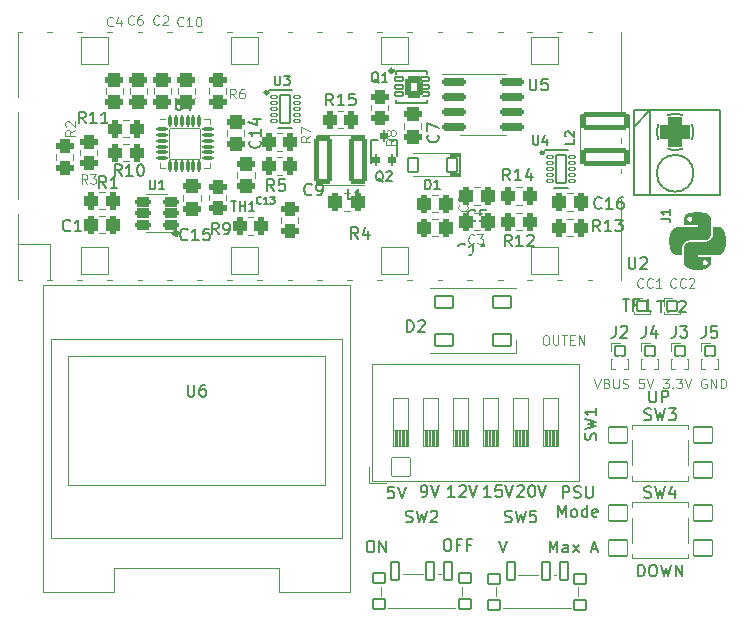
<source format=gto>
%TF.GenerationSoftware,KiCad,Pcbnew,7.0.8-7.0.8~ubuntu22.04.1*%
%TF.CreationDate,2023-10-13T08:32:03+02:00*%
%TF.ProjectId,PD_Micro,50445f4d-6963-4726-9f2e-6b696361645f,rev?*%
%TF.SameCoordinates,PX7ce2370PY67d8790*%
%TF.FileFunction,Legend,Top*%
%TF.FilePolarity,Positive*%
%FSLAX46Y46*%
G04 Gerber Fmt 4.6, Leading zero omitted, Abs format (unit mm)*
G04 Created by KiCad (PCBNEW 7.0.8-7.0.8~ubuntu22.04.1) date 2023-10-13 08:32:03*
%MOMM*%
%LPD*%
G01*
G04 APERTURE LIST*
G04 Aperture macros list*
%AMRoundRect*
0 Rectangle with rounded corners*
0 $1 Rounding radius*
0 $2 $3 $4 $5 $6 $7 $8 $9 X,Y pos of 4 corners*
0 Add a 4 corners polygon primitive as box body*
4,1,4,$2,$3,$4,$5,$6,$7,$8,$9,$2,$3,0*
0 Add four circle primitives for the rounded corners*
1,1,$1+$1,$2,$3*
1,1,$1+$1,$4,$5*
1,1,$1+$1,$6,$7*
1,1,$1+$1,$8,$9*
0 Add four rect primitives between the rounded corners*
20,1,$1+$1,$2,$3,$4,$5,0*
20,1,$1+$1,$4,$5,$6,$7,0*
20,1,$1+$1,$6,$7,$8,$9,0*
20,1,$1+$1,$8,$9,$2,$3,0*%
G04 Aperture macros list end*
%ADD10C,0.100000*%
%ADD11C,0.150000*%
%ADD12C,0.120000*%
%ADD13C,0.300000*%
%ADD14C,0.400000*%
%ADD15C,0.200000*%
%ADD16RoundRect,0.210000X-0.560000X-1.810000X0.560000X-1.810000X0.560000X1.810000X-0.560000X1.810000X0*%
%ADD17RoundRect,0.320000X-0.475000X0.250000X-0.475000X-0.250000X0.475000X-0.250000X0.475000X0.250000X0*%
%ADD18RoundRect,0.320000X-0.250000X-0.475000X0.250000X-0.475000X0.250000X0.475000X-0.250000X0.475000X0*%
%ADD19RoundRect,0.070000X-0.425000X-0.425000X0.425000X-0.425000X0.425000X0.425000X-0.425000X0.425000X0*%
%ADD20O,0.220000X0.020000*%
%ADD21RoundRect,0.070000X-0.250000X-0.125000X0.250000X-0.125000X0.250000X0.125000X-0.250000X0.125000X0*%
%ADD22RoundRect,0.070000X-0.420000X-1.200000X0.420000X-1.200000X0.420000X1.200000X-0.420000X1.200000X0*%
%ADD23RoundRect,0.320000X0.250000X0.475000X-0.250000X0.475000X-0.250000X-0.475000X0.250000X-0.475000X0*%
%ADD24RoundRect,0.070000X-0.750000X-0.500000X0.750000X-0.500000X0.750000X0.500000X-0.750000X0.500000X0*%
%ADD25RoundRect,0.070000X0.450000X0.600000X-0.450000X0.600000X-0.450000X-0.600000X0.450000X-0.600000X0*%
%ADD26RoundRect,0.320000X0.475000X-0.250000X0.475000X0.250000X-0.475000X0.250000X-0.475000X-0.250000X0*%
%ADD27RoundRect,0.200000X0.470000X0.195000X-0.470000X0.195000X-0.470000X-0.195000X0.470000X-0.195000X0*%
%ADD28O,0.990000X0.990000*%
%ADD29RoundRect,0.070000X0.800000X-0.800000X0.800000X0.800000X-0.800000X0.800000X-0.800000X-0.800000X0*%
%ADD30O,1.740000X1.740000*%
%ADD31C,1.940000*%
%ADD32RoundRect,0.320000X0.262500X0.450000X-0.262500X0.450000X-0.262500X-0.450000X0.262500X-0.450000X0*%
%ADD33RoundRect,0.195000X-0.125000X-0.275000X0.125000X-0.275000X0.125000X0.275000X-0.125000X0.275000X0*%
%ADD34RoundRect,0.320000X-0.450000X0.262500X-0.450000X-0.262500X0.450000X-0.262500X0.450000X0.262500X0*%
%ADD35RoundRect,0.132500X-0.375000X-0.062500X0.375000X-0.062500X0.375000X0.062500X-0.375000X0.062500X0*%
%ADD36RoundRect,0.132500X-0.062500X-0.375000X0.062500X-0.375000X0.062500X0.375000X-0.062500X0.375000X0*%
%ADD37RoundRect,0.070000X-1.300000X-1.300000X1.300000X-1.300000X1.300000X1.300000X-1.300000X1.300000X0*%
%ADD38RoundRect,0.320000X-0.262500X-0.450000X0.262500X-0.450000X0.262500X0.450000X-0.262500X0.450000X0*%
%ADD39RoundRect,0.070000X-0.500000X-0.400000X0.500000X-0.400000X0.500000X0.400000X-0.500000X0.400000X0*%
%ADD40C,1.040000*%
%ADD41RoundRect,0.070000X-0.350000X-0.750000X0.350000X-0.750000X0.350000X0.750000X-0.350000X0.750000X0*%
%ADD42RoundRect,0.320000X0.450000X-0.262500X0.450000X0.262500X-0.450000X0.262500X-0.450000X-0.262500X0*%
%ADD43RoundRect,0.220000X-0.825000X-0.150000X0.825000X-0.150000X0.825000X0.150000X-0.825000X0.150000X0*%
%ADD44RoundRect,0.070000X-0.800000X-0.700000X0.800000X-0.700000X0.800000X0.700000X-0.800000X0.700000X0*%
%ADD45O,1.840000X1.840000*%
%ADD46C,2.440000*%
%ADD47RoundRect,0.070000X0.850000X-0.850000X0.850000X0.850000X-0.850000X0.850000X-0.850000X-0.850000X0*%
%ADD48RoundRect,0.070000X1.150000X-1.150000X1.150000X1.150000X-1.150000X1.150000X-1.150000X-1.150000X0*%
%ADD49C,2.040000*%
%ADD50RoundRect,0.210000X1.810000X-0.560000X1.810000X0.560000X-1.810000X0.560000X-1.810000X-0.560000X0*%
%ADD51RoundRect,0.070000X-0.350000X-0.190000X0.350000X-0.190000X0.350000X0.190000X-0.350000X0.190000X0*%
%ADD52RoundRect,0.270100X-0.489900X-0.649900X0.489900X-0.649900X0.489900X0.649900X-0.489900X0.649900X0*%
%ADD53C,3.140000*%
%ADD54C,1.740000*%
%ADD55RoundRect,0.670000X-0.600000X0.600000X-0.600000X-0.600000X0.600000X-0.600000X0.600000X0.600000X0*%
%ADD56C,2.540000*%
%ADD57C,0.790000*%
%ADD58O,1.740000X1.140000*%
%ADD59O,2.240000X1.140000*%
G04 APERTURE END LIST*
D10*
X94375979Y-11288895D02*
X94642646Y-12088895D01*
X94642646Y-12088895D02*
X94909312Y-11288895D01*
X95442645Y-11669847D02*
X95556931Y-11707942D01*
X95556931Y-11707942D02*
X95595026Y-11746038D01*
X95595026Y-11746038D02*
X95633122Y-11822228D01*
X95633122Y-11822228D02*
X95633122Y-11936514D01*
X95633122Y-11936514D02*
X95595026Y-12012704D01*
X95595026Y-12012704D02*
X95556931Y-12050800D01*
X95556931Y-12050800D02*
X95480741Y-12088895D01*
X95480741Y-12088895D02*
X95175979Y-12088895D01*
X95175979Y-12088895D02*
X95175979Y-11288895D01*
X95175979Y-11288895D02*
X95442645Y-11288895D01*
X95442645Y-11288895D02*
X95518836Y-11326990D01*
X95518836Y-11326990D02*
X95556931Y-11365085D01*
X95556931Y-11365085D02*
X95595026Y-11441276D01*
X95595026Y-11441276D02*
X95595026Y-11517466D01*
X95595026Y-11517466D02*
X95556931Y-11593657D01*
X95556931Y-11593657D02*
X95518836Y-11631752D01*
X95518836Y-11631752D02*
X95442645Y-11669847D01*
X95442645Y-11669847D02*
X95175979Y-11669847D01*
X95975979Y-11288895D02*
X95975979Y-11936514D01*
X95975979Y-11936514D02*
X96014074Y-12012704D01*
X96014074Y-12012704D02*
X96052169Y-12050800D01*
X96052169Y-12050800D02*
X96128360Y-12088895D01*
X96128360Y-12088895D02*
X96280741Y-12088895D01*
X96280741Y-12088895D02*
X96356931Y-12050800D01*
X96356931Y-12050800D02*
X96395026Y-12012704D01*
X96395026Y-12012704D02*
X96433122Y-11936514D01*
X96433122Y-11936514D02*
X96433122Y-11288895D01*
X96775978Y-12050800D02*
X96890264Y-12088895D01*
X96890264Y-12088895D02*
X97080740Y-12088895D01*
X97080740Y-12088895D02*
X97156931Y-12050800D01*
X97156931Y-12050800D02*
X97195026Y-12012704D01*
X97195026Y-12012704D02*
X97233121Y-11936514D01*
X97233121Y-11936514D02*
X97233121Y-11860323D01*
X97233121Y-11860323D02*
X97195026Y-11784133D01*
X97195026Y-11784133D02*
X97156931Y-11746038D01*
X97156931Y-11746038D02*
X97080740Y-11707942D01*
X97080740Y-11707942D02*
X96928359Y-11669847D01*
X96928359Y-11669847D02*
X96852169Y-11631752D01*
X96852169Y-11631752D02*
X96814074Y-11593657D01*
X96814074Y-11593657D02*
X96775978Y-11517466D01*
X96775978Y-11517466D02*
X96775978Y-11441276D01*
X96775978Y-11441276D02*
X96814074Y-11365085D01*
X96814074Y-11365085D02*
X96852169Y-11326990D01*
X96852169Y-11326990D02*
X96928359Y-11288895D01*
X96928359Y-11288895D02*
X97118836Y-11288895D01*
X97118836Y-11288895D02*
X97233121Y-11326990D01*
X98566455Y-11288895D02*
X98185503Y-11288895D01*
X98185503Y-11288895D02*
X98147407Y-11669847D01*
X98147407Y-11669847D02*
X98185503Y-11631752D01*
X98185503Y-11631752D02*
X98261693Y-11593657D01*
X98261693Y-11593657D02*
X98452169Y-11593657D01*
X98452169Y-11593657D02*
X98528360Y-11631752D01*
X98528360Y-11631752D02*
X98566455Y-11669847D01*
X98566455Y-11669847D02*
X98604550Y-11746038D01*
X98604550Y-11746038D02*
X98604550Y-11936514D01*
X98604550Y-11936514D02*
X98566455Y-12012704D01*
X98566455Y-12012704D02*
X98528360Y-12050800D01*
X98528360Y-12050800D02*
X98452169Y-12088895D01*
X98452169Y-12088895D02*
X98261693Y-12088895D01*
X98261693Y-12088895D02*
X98185503Y-12050800D01*
X98185503Y-12050800D02*
X98147407Y-12012704D01*
X98833122Y-11288895D02*
X99099789Y-12088895D01*
X99099789Y-12088895D02*
X99366455Y-11288895D01*
X100166455Y-11288895D02*
X100661693Y-11288895D01*
X100661693Y-11288895D02*
X100395027Y-11593657D01*
X100395027Y-11593657D02*
X100509312Y-11593657D01*
X100509312Y-11593657D02*
X100585503Y-11631752D01*
X100585503Y-11631752D02*
X100623598Y-11669847D01*
X100623598Y-11669847D02*
X100661693Y-11746038D01*
X100661693Y-11746038D02*
X100661693Y-11936514D01*
X100661693Y-11936514D02*
X100623598Y-12012704D01*
X100623598Y-12012704D02*
X100585503Y-12050800D01*
X100585503Y-12050800D02*
X100509312Y-12088895D01*
X100509312Y-12088895D02*
X100280741Y-12088895D01*
X100280741Y-12088895D02*
X100204550Y-12050800D01*
X100204550Y-12050800D02*
X100166455Y-12012704D01*
X101004551Y-12012704D02*
X101042646Y-12050800D01*
X101042646Y-12050800D02*
X101004551Y-12088895D01*
X101004551Y-12088895D02*
X100966455Y-12050800D01*
X100966455Y-12050800D02*
X101004551Y-12012704D01*
X101004551Y-12012704D02*
X101004551Y-12088895D01*
X101309312Y-11288895D02*
X101804550Y-11288895D01*
X101804550Y-11288895D02*
X101537884Y-11593657D01*
X101537884Y-11593657D02*
X101652169Y-11593657D01*
X101652169Y-11593657D02*
X101728360Y-11631752D01*
X101728360Y-11631752D02*
X101766455Y-11669847D01*
X101766455Y-11669847D02*
X101804550Y-11746038D01*
X101804550Y-11746038D02*
X101804550Y-11936514D01*
X101804550Y-11936514D02*
X101766455Y-12012704D01*
X101766455Y-12012704D02*
X101728360Y-12050800D01*
X101728360Y-12050800D02*
X101652169Y-12088895D01*
X101652169Y-12088895D02*
X101423598Y-12088895D01*
X101423598Y-12088895D02*
X101347407Y-12050800D01*
X101347407Y-12050800D02*
X101309312Y-12012704D01*
X102033122Y-11288895D02*
X102299789Y-12088895D01*
X102299789Y-12088895D02*
X102566455Y-11288895D01*
X103861693Y-11326990D02*
X103785503Y-11288895D01*
X103785503Y-11288895D02*
X103671217Y-11288895D01*
X103671217Y-11288895D02*
X103556931Y-11326990D01*
X103556931Y-11326990D02*
X103480741Y-11403180D01*
X103480741Y-11403180D02*
X103442646Y-11479371D01*
X103442646Y-11479371D02*
X103404550Y-11631752D01*
X103404550Y-11631752D02*
X103404550Y-11746038D01*
X103404550Y-11746038D02*
X103442646Y-11898419D01*
X103442646Y-11898419D02*
X103480741Y-11974609D01*
X103480741Y-11974609D02*
X103556931Y-12050800D01*
X103556931Y-12050800D02*
X103671217Y-12088895D01*
X103671217Y-12088895D02*
X103747408Y-12088895D01*
X103747408Y-12088895D02*
X103861693Y-12050800D01*
X103861693Y-12050800D02*
X103899789Y-12012704D01*
X103899789Y-12012704D02*
X103899789Y-11746038D01*
X103899789Y-11746038D02*
X103747408Y-11746038D01*
X104242646Y-12088895D02*
X104242646Y-11288895D01*
X104242646Y-11288895D02*
X104699789Y-12088895D01*
X104699789Y-12088895D02*
X104699789Y-11288895D01*
X105080741Y-12088895D02*
X105080741Y-11288895D01*
X105080741Y-11288895D02*
X105271217Y-11288895D01*
X105271217Y-11288895D02*
X105385503Y-11326990D01*
X105385503Y-11326990D02*
X105461693Y-11403180D01*
X105461693Y-11403180D02*
X105499788Y-11479371D01*
X105499788Y-11479371D02*
X105537884Y-11631752D01*
X105537884Y-11631752D02*
X105537884Y-11746038D01*
X105537884Y-11746038D02*
X105499788Y-11898419D01*
X105499788Y-11898419D02*
X105461693Y-11974609D01*
X105461693Y-11974609D02*
X105385503Y-12050800D01*
X105385503Y-12050800D02*
X105271217Y-12088895D01*
X105271217Y-12088895D02*
X105080741Y-12088895D01*
D11*
X85613952Y-21282819D02*
X85042524Y-21282819D01*
X85328238Y-21282819D02*
X85328238Y-20282819D01*
X85328238Y-20282819D02*
X85233000Y-20425676D01*
X85233000Y-20425676D02*
X85137762Y-20520914D01*
X85137762Y-20520914D02*
X85042524Y-20568533D01*
X86518714Y-20282819D02*
X86042524Y-20282819D01*
X86042524Y-20282819D02*
X85994905Y-20759009D01*
X85994905Y-20759009D02*
X86042524Y-20711390D01*
X86042524Y-20711390D02*
X86137762Y-20663771D01*
X86137762Y-20663771D02*
X86375857Y-20663771D01*
X86375857Y-20663771D02*
X86471095Y-20711390D01*
X86471095Y-20711390D02*
X86518714Y-20759009D01*
X86518714Y-20759009D02*
X86566333Y-20854247D01*
X86566333Y-20854247D02*
X86566333Y-21092342D01*
X86566333Y-21092342D02*
X86518714Y-21187580D01*
X86518714Y-21187580D02*
X86471095Y-21235200D01*
X86471095Y-21235200D02*
X86375857Y-21282819D01*
X86375857Y-21282819D02*
X86137762Y-21282819D01*
X86137762Y-21282819D02*
X86042524Y-21235200D01*
X86042524Y-21235200D02*
X85994905Y-21187580D01*
X86852048Y-20282819D02*
X87185381Y-21282819D01*
X87185381Y-21282819D02*
X87518714Y-20282819D01*
D10*
X90197646Y-7605895D02*
X90350027Y-7605895D01*
X90350027Y-7605895D02*
X90426217Y-7643990D01*
X90426217Y-7643990D02*
X90502408Y-7720180D01*
X90502408Y-7720180D02*
X90540503Y-7872561D01*
X90540503Y-7872561D02*
X90540503Y-8139228D01*
X90540503Y-8139228D02*
X90502408Y-8291609D01*
X90502408Y-8291609D02*
X90426217Y-8367800D01*
X90426217Y-8367800D02*
X90350027Y-8405895D01*
X90350027Y-8405895D02*
X90197646Y-8405895D01*
X90197646Y-8405895D02*
X90121455Y-8367800D01*
X90121455Y-8367800D02*
X90045265Y-8291609D01*
X90045265Y-8291609D02*
X90007169Y-8139228D01*
X90007169Y-8139228D02*
X90007169Y-7872561D01*
X90007169Y-7872561D02*
X90045265Y-7720180D01*
X90045265Y-7720180D02*
X90121455Y-7643990D01*
X90121455Y-7643990D02*
X90197646Y-7605895D01*
X90883360Y-7605895D02*
X90883360Y-8253514D01*
X90883360Y-8253514D02*
X90921455Y-8329704D01*
X90921455Y-8329704D02*
X90959550Y-8367800D01*
X90959550Y-8367800D02*
X91035741Y-8405895D01*
X91035741Y-8405895D02*
X91188122Y-8405895D01*
X91188122Y-8405895D02*
X91264312Y-8367800D01*
X91264312Y-8367800D02*
X91302407Y-8329704D01*
X91302407Y-8329704D02*
X91340503Y-8253514D01*
X91340503Y-8253514D02*
X91340503Y-7605895D01*
X91607169Y-7605895D02*
X92064312Y-7605895D01*
X91835740Y-8405895D02*
X91835740Y-7605895D01*
X92330979Y-7986847D02*
X92597645Y-7986847D01*
X92711931Y-8405895D02*
X92330979Y-8405895D01*
X92330979Y-8405895D02*
X92330979Y-7605895D01*
X92330979Y-7605895D02*
X92711931Y-7605895D01*
X93054789Y-8405895D02*
X93054789Y-7605895D01*
X93054789Y-7605895D02*
X93511932Y-8405895D01*
X93511932Y-8405895D02*
X93511932Y-7605895D01*
D11*
X99036286Y-12281819D02*
X99036286Y-13091342D01*
X99036286Y-13091342D02*
X99083905Y-13186580D01*
X99083905Y-13186580D02*
X99131524Y-13234200D01*
X99131524Y-13234200D02*
X99226762Y-13281819D01*
X99226762Y-13281819D02*
X99417238Y-13281819D01*
X99417238Y-13281819D02*
X99512476Y-13234200D01*
X99512476Y-13234200D02*
X99560095Y-13186580D01*
X99560095Y-13186580D02*
X99607714Y-13091342D01*
X99607714Y-13091342D02*
X99607714Y-12281819D01*
X100083905Y-13281819D02*
X100083905Y-12281819D01*
X100083905Y-12281819D02*
X100464857Y-12281819D01*
X100464857Y-12281819D02*
X100560095Y-12329438D01*
X100560095Y-12329438D02*
X100607714Y-12377057D01*
X100607714Y-12377057D02*
X100655333Y-12472295D01*
X100655333Y-12472295D02*
X100655333Y-12615152D01*
X100655333Y-12615152D02*
X100607714Y-12710390D01*
X100607714Y-12710390D02*
X100560095Y-12758009D01*
X100560095Y-12758009D02*
X100464857Y-12805628D01*
X100464857Y-12805628D02*
X100083905Y-12805628D01*
X91702095Y-21366819D02*
X91702095Y-20366819D01*
X91702095Y-20366819D02*
X92083047Y-20366819D01*
X92083047Y-20366819D02*
X92178285Y-20414438D01*
X92178285Y-20414438D02*
X92225904Y-20462057D01*
X92225904Y-20462057D02*
X92273523Y-20557295D01*
X92273523Y-20557295D02*
X92273523Y-20700152D01*
X92273523Y-20700152D02*
X92225904Y-20795390D01*
X92225904Y-20795390D02*
X92178285Y-20843009D01*
X92178285Y-20843009D02*
X92083047Y-20890628D01*
X92083047Y-20890628D02*
X91702095Y-20890628D01*
X92654476Y-21319200D02*
X92797333Y-21366819D01*
X92797333Y-21366819D02*
X93035428Y-21366819D01*
X93035428Y-21366819D02*
X93130666Y-21319200D01*
X93130666Y-21319200D02*
X93178285Y-21271580D01*
X93178285Y-21271580D02*
X93225904Y-21176342D01*
X93225904Y-21176342D02*
X93225904Y-21081104D01*
X93225904Y-21081104D02*
X93178285Y-20985866D01*
X93178285Y-20985866D02*
X93130666Y-20938247D01*
X93130666Y-20938247D02*
X93035428Y-20890628D01*
X93035428Y-20890628D02*
X92844952Y-20843009D01*
X92844952Y-20843009D02*
X92749714Y-20795390D01*
X92749714Y-20795390D02*
X92702095Y-20747771D01*
X92702095Y-20747771D02*
X92654476Y-20652533D01*
X92654476Y-20652533D02*
X92654476Y-20557295D01*
X92654476Y-20557295D02*
X92702095Y-20462057D01*
X92702095Y-20462057D02*
X92749714Y-20414438D01*
X92749714Y-20414438D02*
X92844952Y-20366819D01*
X92844952Y-20366819D02*
X93083047Y-20366819D01*
X93083047Y-20366819D02*
X93225904Y-20414438D01*
X93654476Y-20366819D02*
X93654476Y-21176342D01*
X93654476Y-21176342D02*
X93702095Y-21271580D01*
X93702095Y-21271580D02*
X93749714Y-21319200D01*
X93749714Y-21319200D02*
X93844952Y-21366819D01*
X93844952Y-21366819D02*
X94035428Y-21366819D01*
X94035428Y-21366819D02*
X94130666Y-21319200D01*
X94130666Y-21319200D02*
X94178285Y-21271580D01*
X94178285Y-21271580D02*
X94225904Y-21176342D01*
X94225904Y-21176342D02*
X94225904Y-20366819D01*
X91297333Y-22976819D02*
X91297333Y-21976819D01*
X91297333Y-21976819D02*
X91630666Y-22691104D01*
X91630666Y-22691104D02*
X91963999Y-21976819D01*
X91963999Y-21976819D02*
X91963999Y-22976819D01*
X92583047Y-22976819D02*
X92487809Y-22929200D01*
X92487809Y-22929200D02*
X92440190Y-22881580D01*
X92440190Y-22881580D02*
X92392571Y-22786342D01*
X92392571Y-22786342D02*
X92392571Y-22500628D01*
X92392571Y-22500628D02*
X92440190Y-22405390D01*
X92440190Y-22405390D02*
X92487809Y-22357771D01*
X92487809Y-22357771D02*
X92583047Y-22310152D01*
X92583047Y-22310152D02*
X92725904Y-22310152D01*
X92725904Y-22310152D02*
X92821142Y-22357771D01*
X92821142Y-22357771D02*
X92868761Y-22405390D01*
X92868761Y-22405390D02*
X92916380Y-22500628D01*
X92916380Y-22500628D02*
X92916380Y-22786342D01*
X92916380Y-22786342D02*
X92868761Y-22881580D01*
X92868761Y-22881580D02*
X92821142Y-22929200D01*
X92821142Y-22929200D02*
X92725904Y-22976819D01*
X92725904Y-22976819D02*
X92583047Y-22976819D01*
X93773523Y-22976819D02*
X93773523Y-21976819D01*
X93773523Y-22929200D02*
X93678285Y-22976819D01*
X93678285Y-22976819D02*
X93487809Y-22976819D01*
X93487809Y-22976819D02*
X93392571Y-22929200D01*
X93392571Y-22929200D02*
X93344952Y-22881580D01*
X93344952Y-22881580D02*
X93297333Y-22786342D01*
X93297333Y-22786342D02*
X93297333Y-22500628D01*
X93297333Y-22500628D02*
X93344952Y-22405390D01*
X93344952Y-22405390D02*
X93392571Y-22357771D01*
X93392571Y-22357771D02*
X93487809Y-22310152D01*
X93487809Y-22310152D02*
X93678285Y-22310152D01*
X93678285Y-22310152D02*
X93773523Y-22357771D01*
X94630666Y-22929200D02*
X94535428Y-22976819D01*
X94535428Y-22976819D02*
X94344952Y-22976819D01*
X94344952Y-22976819D02*
X94249714Y-22929200D01*
X94249714Y-22929200D02*
X94202095Y-22833961D01*
X94202095Y-22833961D02*
X94202095Y-22453009D01*
X94202095Y-22453009D02*
X94249714Y-22357771D01*
X94249714Y-22357771D02*
X94344952Y-22310152D01*
X94344952Y-22310152D02*
X94535428Y-22310152D01*
X94535428Y-22310152D02*
X94630666Y-22357771D01*
X94630666Y-22357771D02*
X94678285Y-22453009D01*
X94678285Y-22453009D02*
X94678285Y-22548247D01*
X94678285Y-22548247D02*
X94202095Y-22643485D01*
X82565952Y-21282819D02*
X81994524Y-21282819D01*
X82280238Y-21282819D02*
X82280238Y-20282819D01*
X82280238Y-20282819D02*
X82185000Y-20425676D01*
X82185000Y-20425676D02*
X82089762Y-20520914D01*
X82089762Y-20520914D02*
X81994524Y-20568533D01*
X82946905Y-20378057D02*
X82994524Y-20330438D01*
X82994524Y-20330438D02*
X83089762Y-20282819D01*
X83089762Y-20282819D02*
X83327857Y-20282819D01*
X83327857Y-20282819D02*
X83423095Y-20330438D01*
X83423095Y-20330438D02*
X83470714Y-20378057D01*
X83470714Y-20378057D02*
X83518333Y-20473295D01*
X83518333Y-20473295D02*
X83518333Y-20568533D01*
X83518333Y-20568533D02*
X83470714Y-20711390D01*
X83470714Y-20711390D02*
X82899286Y-21282819D01*
X82899286Y-21282819D02*
X83518333Y-21282819D01*
X83804048Y-20282819D02*
X84137381Y-21282819D01*
X84137381Y-21282819D02*
X84470714Y-20282819D01*
X79771952Y-21282819D02*
X79962428Y-21282819D01*
X79962428Y-21282819D02*
X80057666Y-21235200D01*
X80057666Y-21235200D02*
X80105285Y-21187580D01*
X80105285Y-21187580D02*
X80200523Y-21044723D01*
X80200523Y-21044723D02*
X80248142Y-20854247D01*
X80248142Y-20854247D02*
X80248142Y-20473295D01*
X80248142Y-20473295D02*
X80200523Y-20378057D01*
X80200523Y-20378057D02*
X80152904Y-20330438D01*
X80152904Y-20330438D02*
X80057666Y-20282819D01*
X80057666Y-20282819D02*
X79867190Y-20282819D01*
X79867190Y-20282819D02*
X79771952Y-20330438D01*
X79771952Y-20330438D02*
X79724333Y-20378057D01*
X79724333Y-20378057D02*
X79676714Y-20473295D01*
X79676714Y-20473295D02*
X79676714Y-20711390D01*
X79676714Y-20711390D02*
X79724333Y-20806628D01*
X79724333Y-20806628D02*
X79771952Y-20854247D01*
X79771952Y-20854247D02*
X79867190Y-20901866D01*
X79867190Y-20901866D02*
X80057666Y-20901866D01*
X80057666Y-20901866D02*
X80152904Y-20854247D01*
X80152904Y-20854247D02*
X80200523Y-20806628D01*
X80200523Y-20806628D02*
X80248142Y-20711390D01*
X80533857Y-20282819D02*
X80867190Y-21282819D01*
X80867190Y-21282819D02*
X81200523Y-20282819D01*
X77406523Y-20409819D02*
X76930333Y-20409819D01*
X76930333Y-20409819D02*
X76882714Y-20886009D01*
X76882714Y-20886009D02*
X76930333Y-20838390D01*
X76930333Y-20838390D02*
X77025571Y-20790771D01*
X77025571Y-20790771D02*
X77263666Y-20790771D01*
X77263666Y-20790771D02*
X77358904Y-20838390D01*
X77358904Y-20838390D02*
X77406523Y-20886009D01*
X77406523Y-20886009D02*
X77454142Y-20981247D01*
X77454142Y-20981247D02*
X77454142Y-21219342D01*
X77454142Y-21219342D02*
X77406523Y-21314580D01*
X77406523Y-21314580D02*
X77358904Y-21362200D01*
X77358904Y-21362200D02*
X77263666Y-21409819D01*
X77263666Y-21409819D02*
X77025571Y-21409819D01*
X77025571Y-21409819D02*
X76930333Y-21362200D01*
X76930333Y-21362200D02*
X76882714Y-21314580D01*
X77739857Y-20409819D02*
X78073190Y-21409819D01*
X78073190Y-21409819D02*
X78406523Y-20409819D01*
X87836524Y-20378057D02*
X87884143Y-20330438D01*
X87884143Y-20330438D02*
X87979381Y-20282819D01*
X87979381Y-20282819D02*
X88217476Y-20282819D01*
X88217476Y-20282819D02*
X88312714Y-20330438D01*
X88312714Y-20330438D02*
X88360333Y-20378057D01*
X88360333Y-20378057D02*
X88407952Y-20473295D01*
X88407952Y-20473295D02*
X88407952Y-20568533D01*
X88407952Y-20568533D02*
X88360333Y-20711390D01*
X88360333Y-20711390D02*
X87788905Y-21282819D01*
X87788905Y-21282819D02*
X88407952Y-21282819D01*
X89027000Y-20282819D02*
X89122238Y-20282819D01*
X89122238Y-20282819D02*
X89217476Y-20330438D01*
X89217476Y-20330438D02*
X89265095Y-20378057D01*
X89265095Y-20378057D02*
X89312714Y-20473295D01*
X89312714Y-20473295D02*
X89360333Y-20663771D01*
X89360333Y-20663771D02*
X89360333Y-20901866D01*
X89360333Y-20901866D02*
X89312714Y-21092342D01*
X89312714Y-21092342D02*
X89265095Y-21187580D01*
X89265095Y-21187580D02*
X89217476Y-21235200D01*
X89217476Y-21235200D02*
X89122238Y-21282819D01*
X89122238Y-21282819D02*
X89027000Y-21282819D01*
X89027000Y-21282819D02*
X88931762Y-21235200D01*
X88931762Y-21235200D02*
X88884143Y-21187580D01*
X88884143Y-21187580D02*
X88836524Y-21092342D01*
X88836524Y-21092342D02*
X88788905Y-20901866D01*
X88788905Y-20901866D02*
X88788905Y-20663771D01*
X88788905Y-20663771D02*
X88836524Y-20473295D01*
X88836524Y-20473295D02*
X88884143Y-20378057D01*
X88884143Y-20378057D02*
X88931762Y-20330438D01*
X88931762Y-20330438D02*
X89027000Y-20282819D01*
X89646048Y-20282819D02*
X89979381Y-21282819D01*
X89979381Y-21282819D02*
X90312714Y-20282819D01*
D10*
X101297408Y-3503704D02*
X101259312Y-3541800D01*
X101259312Y-3541800D02*
X101145027Y-3579895D01*
X101145027Y-3579895D02*
X101068836Y-3579895D01*
X101068836Y-3579895D02*
X100954550Y-3541800D01*
X100954550Y-3541800D02*
X100878360Y-3465609D01*
X100878360Y-3465609D02*
X100840265Y-3389419D01*
X100840265Y-3389419D02*
X100802169Y-3237038D01*
X100802169Y-3237038D02*
X100802169Y-3122752D01*
X100802169Y-3122752D02*
X100840265Y-2970371D01*
X100840265Y-2970371D02*
X100878360Y-2894180D01*
X100878360Y-2894180D02*
X100954550Y-2817990D01*
X100954550Y-2817990D02*
X101068836Y-2779895D01*
X101068836Y-2779895D02*
X101145027Y-2779895D01*
X101145027Y-2779895D02*
X101259312Y-2817990D01*
X101259312Y-2817990D02*
X101297408Y-2856085D01*
X102097408Y-3503704D02*
X102059312Y-3541800D01*
X102059312Y-3541800D02*
X101945027Y-3579895D01*
X101945027Y-3579895D02*
X101868836Y-3579895D01*
X101868836Y-3579895D02*
X101754550Y-3541800D01*
X101754550Y-3541800D02*
X101678360Y-3465609D01*
X101678360Y-3465609D02*
X101640265Y-3389419D01*
X101640265Y-3389419D02*
X101602169Y-3237038D01*
X101602169Y-3237038D02*
X101602169Y-3122752D01*
X101602169Y-3122752D02*
X101640265Y-2970371D01*
X101640265Y-2970371D02*
X101678360Y-2894180D01*
X101678360Y-2894180D02*
X101754550Y-2817990D01*
X101754550Y-2817990D02*
X101868836Y-2779895D01*
X101868836Y-2779895D02*
X101945027Y-2779895D01*
X101945027Y-2779895D02*
X102059312Y-2817990D01*
X102059312Y-2817990D02*
X102097408Y-2856085D01*
X102402169Y-2856085D02*
X102440265Y-2817990D01*
X102440265Y-2817990D02*
X102516455Y-2779895D01*
X102516455Y-2779895D02*
X102706931Y-2779895D01*
X102706931Y-2779895D02*
X102783122Y-2817990D01*
X102783122Y-2817990D02*
X102821217Y-2856085D01*
X102821217Y-2856085D02*
X102859312Y-2932276D01*
X102859312Y-2932276D02*
X102859312Y-3008466D01*
X102859312Y-3008466D02*
X102821217Y-3122752D01*
X102821217Y-3122752D02*
X102364074Y-3579895D01*
X102364074Y-3579895D02*
X102859312Y-3579895D01*
D11*
X98068048Y-28013819D02*
X98068048Y-27013819D01*
X98068048Y-27013819D02*
X98306143Y-27013819D01*
X98306143Y-27013819D02*
X98449000Y-27061438D01*
X98449000Y-27061438D02*
X98544238Y-27156676D01*
X98544238Y-27156676D02*
X98591857Y-27251914D01*
X98591857Y-27251914D02*
X98639476Y-27442390D01*
X98639476Y-27442390D02*
X98639476Y-27585247D01*
X98639476Y-27585247D02*
X98591857Y-27775723D01*
X98591857Y-27775723D02*
X98544238Y-27870961D01*
X98544238Y-27870961D02*
X98449000Y-27966200D01*
X98449000Y-27966200D02*
X98306143Y-28013819D01*
X98306143Y-28013819D02*
X98068048Y-28013819D01*
X99258524Y-27013819D02*
X99449000Y-27013819D01*
X99449000Y-27013819D02*
X99544238Y-27061438D01*
X99544238Y-27061438D02*
X99639476Y-27156676D01*
X99639476Y-27156676D02*
X99687095Y-27347152D01*
X99687095Y-27347152D02*
X99687095Y-27680485D01*
X99687095Y-27680485D02*
X99639476Y-27870961D01*
X99639476Y-27870961D02*
X99544238Y-27966200D01*
X99544238Y-27966200D02*
X99449000Y-28013819D01*
X99449000Y-28013819D02*
X99258524Y-28013819D01*
X99258524Y-28013819D02*
X99163286Y-27966200D01*
X99163286Y-27966200D02*
X99068048Y-27870961D01*
X99068048Y-27870961D02*
X99020429Y-27680485D01*
X99020429Y-27680485D02*
X99020429Y-27347152D01*
X99020429Y-27347152D02*
X99068048Y-27156676D01*
X99068048Y-27156676D02*
X99163286Y-27061438D01*
X99163286Y-27061438D02*
X99258524Y-27013819D01*
X100020429Y-27013819D02*
X100258524Y-28013819D01*
X100258524Y-28013819D02*
X100449000Y-27299533D01*
X100449000Y-27299533D02*
X100639476Y-28013819D01*
X100639476Y-28013819D02*
X100877572Y-27013819D01*
X101258524Y-28013819D02*
X101258524Y-27013819D01*
X101258524Y-27013819D02*
X101829952Y-28013819D01*
X101829952Y-28013819D02*
X101829952Y-27013819D01*
D10*
X98503408Y-3503704D02*
X98465312Y-3541800D01*
X98465312Y-3541800D02*
X98351027Y-3579895D01*
X98351027Y-3579895D02*
X98274836Y-3579895D01*
X98274836Y-3579895D02*
X98160550Y-3541800D01*
X98160550Y-3541800D02*
X98084360Y-3465609D01*
X98084360Y-3465609D02*
X98046265Y-3389419D01*
X98046265Y-3389419D02*
X98008169Y-3237038D01*
X98008169Y-3237038D02*
X98008169Y-3122752D01*
X98008169Y-3122752D02*
X98046265Y-2970371D01*
X98046265Y-2970371D02*
X98084360Y-2894180D01*
X98084360Y-2894180D02*
X98160550Y-2817990D01*
X98160550Y-2817990D02*
X98274836Y-2779895D01*
X98274836Y-2779895D02*
X98351027Y-2779895D01*
X98351027Y-2779895D02*
X98465312Y-2817990D01*
X98465312Y-2817990D02*
X98503408Y-2856085D01*
X99303408Y-3503704D02*
X99265312Y-3541800D01*
X99265312Y-3541800D02*
X99151027Y-3579895D01*
X99151027Y-3579895D02*
X99074836Y-3579895D01*
X99074836Y-3579895D02*
X98960550Y-3541800D01*
X98960550Y-3541800D02*
X98884360Y-3465609D01*
X98884360Y-3465609D02*
X98846265Y-3389419D01*
X98846265Y-3389419D02*
X98808169Y-3237038D01*
X98808169Y-3237038D02*
X98808169Y-3122752D01*
X98808169Y-3122752D02*
X98846265Y-2970371D01*
X98846265Y-2970371D02*
X98884360Y-2894180D01*
X98884360Y-2894180D02*
X98960550Y-2817990D01*
X98960550Y-2817990D02*
X99074836Y-2779895D01*
X99074836Y-2779895D02*
X99151027Y-2779895D01*
X99151027Y-2779895D02*
X99265312Y-2817990D01*
X99265312Y-2817990D02*
X99303408Y-2856085D01*
X100065312Y-3579895D02*
X99608169Y-3579895D01*
X99836741Y-3579895D02*
X99836741Y-2779895D01*
X99836741Y-2779895D02*
X99760550Y-2894180D01*
X99760550Y-2894180D02*
X99684360Y-2970371D01*
X99684360Y-2970371D02*
X99608169Y-3008466D01*
D11*
X81851619Y-24854819D02*
X82042095Y-24854819D01*
X82042095Y-24854819D02*
X82137333Y-24902438D01*
X82137333Y-24902438D02*
X82232571Y-24997676D01*
X82232571Y-24997676D02*
X82280190Y-25188152D01*
X82280190Y-25188152D02*
X82280190Y-25521485D01*
X82280190Y-25521485D02*
X82232571Y-25711961D01*
X82232571Y-25711961D02*
X82137333Y-25807200D01*
X82137333Y-25807200D02*
X82042095Y-25854819D01*
X82042095Y-25854819D02*
X81851619Y-25854819D01*
X81851619Y-25854819D02*
X81756381Y-25807200D01*
X81756381Y-25807200D02*
X81661143Y-25711961D01*
X81661143Y-25711961D02*
X81613524Y-25521485D01*
X81613524Y-25521485D02*
X81613524Y-25188152D01*
X81613524Y-25188152D02*
X81661143Y-24997676D01*
X81661143Y-24997676D02*
X81756381Y-24902438D01*
X81756381Y-24902438D02*
X81851619Y-24854819D01*
X83042095Y-25331009D02*
X82708762Y-25331009D01*
X82708762Y-25854819D02*
X82708762Y-24854819D01*
X82708762Y-24854819D02*
X83184952Y-24854819D01*
X83899238Y-25331009D02*
X83565905Y-25331009D01*
X83565905Y-25854819D02*
X83565905Y-24854819D01*
X83565905Y-24854819D02*
X84042095Y-24854819D01*
X86280667Y-24981819D02*
X86614000Y-25981819D01*
X86614000Y-25981819D02*
X86947333Y-24981819D01*
X90583000Y-25981819D02*
X90583000Y-24981819D01*
X90583000Y-24981819D02*
X90916333Y-25696104D01*
X90916333Y-25696104D02*
X91249666Y-24981819D01*
X91249666Y-24981819D02*
X91249666Y-25981819D01*
X92154428Y-25981819D02*
X92154428Y-25458009D01*
X92154428Y-25458009D02*
X92106809Y-25362771D01*
X92106809Y-25362771D02*
X92011571Y-25315152D01*
X92011571Y-25315152D02*
X91821095Y-25315152D01*
X91821095Y-25315152D02*
X91725857Y-25362771D01*
X92154428Y-25934200D02*
X92059190Y-25981819D01*
X92059190Y-25981819D02*
X91821095Y-25981819D01*
X91821095Y-25981819D02*
X91725857Y-25934200D01*
X91725857Y-25934200D02*
X91678238Y-25838961D01*
X91678238Y-25838961D02*
X91678238Y-25743723D01*
X91678238Y-25743723D02*
X91725857Y-25648485D01*
X91725857Y-25648485D02*
X91821095Y-25600866D01*
X91821095Y-25600866D02*
X92059190Y-25600866D01*
X92059190Y-25600866D02*
X92154428Y-25553247D01*
X92535381Y-25981819D02*
X93059190Y-25315152D01*
X92535381Y-25315152D02*
X93059190Y-25981819D01*
X94154429Y-25696104D02*
X94630619Y-25696104D01*
X94059191Y-25981819D02*
X94392524Y-24981819D01*
X94392524Y-24981819D02*
X94725857Y-25981819D01*
X75326952Y-24981819D02*
X75517428Y-24981819D01*
X75517428Y-24981819D02*
X75612666Y-25029438D01*
X75612666Y-25029438D02*
X75707904Y-25124676D01*
X75707904Y-25124676D02*
X75755523Y-25315152D01*
X75755523Y-25315152D02*
X75755523Y-25648485D01*
X75755523Y-25648485D02*
X75707904Y-25838961D01*
X75707904Y-25838961D02*
X75612666Y-25934200D01*
X75612666Y-25934200D02*
X75517428Y-25981819D01*
X75517428Y-25981819D02*
X75326952Y-25981819D01*
X75326952Y-25981819D02*
X75231714Y-25934200D01*
X75231714Y-25934200D02*
X75136476Y-25838961D01*
X75136476Y-25838961D02*
X75088857Y-25648485D01*
X75088857Y-25648485D02*
X75088857Y-25315152D01*
X75088857Y-25315152D02*
X75136476Y-25124676D01*
X75136476Y-25124676D02*
X75231714Y-25029438D01*
X75231714Y-25029438D02*
X75326952Y-24981819D01*
X76184095Y-25981819D02*
X76184095Y-24981819D01*
X76184095Y-24981819D02*
X76755523Y-25981819D01*
X76755523Y-25981819D02*
X76755523Y-24981819D01*
X73921666Y3955705D02*
X73540714Y3955705D01*
X73540714Y3955705D02*
X73540714Y4755705D01*
X74607380Y3955705D02*
X74150237Y3955705D01*
X74378809Y3955705D02*
X74378809Y4755705D01*
X74378809Y4755705D02*
X74302618Y4641420D01*
X74302618Y4641420D02*
X74226428Y4565229D01*
X74226428Y4565229D02*
X74150237Y4527134D01*
X59936142Y529420D02*
X59888523Y481800D01*
X59888523Y481800D02*
X59745666Y434181D01*
X59745666Y434181D02*
X59650428Y434181D01*
X59650428Y434181D02*
X59507571Y481800D01*
X59507571Y481800D02*
X59412333Y577039D01*
X59412333Y577039D02*
X59364714Y672277D01*
X59364714Y672277D02*
X59317095Y862753D01*
X59317095Y862753D02*
X59317095Y1005610D01*
X59317095Y1005610D02*
X59364714Y1196086D01*
X59364714Y1196086D02*
X59412333Y1291324D01*
X59412333Y1291324D02*
X59507571Y1386562D01*
X59507571Y1386562D02*
X59650428Y1434181D01*
X59650428Y1434181D02*
X59745666Y1434181D01*
X59745666Y1434181D02*
X59888523Y1386562D01*
X59888523Y1386562D02*
X59936142Y1338943D01*
X60888523Y434181D02*
X60317095Y434181D01*
X60602809Y434181D02*
X60602809Y1434181D01*
X60602809Y1434181D02*
X60507571Y1291324D01*
X60507571Y1291324D02*
X60412333Y1196086D01*
X60412333Y1196086D02*
X60317095Y1148467D01*
X61793285Y1434181D02*
X61317095Y1434181D01*
X61317095Y1434181D02*
X61269476Y957991D01*
X61269476Y957991D02*
X61317095Y1005610D01*
X61317095Y1005610D02*
X61412333Y1053229D01*
X61412333Y1053229D02*
X61650428Y1053229D01*
X61650428Y1053229D02*
X61745666Y1005610D01*
X61745666Y1005610D02*
X61793285Y957991D01*
X61793285Y957991D02*
X61840904Y862753D01*
X61840904Y862753D02*
X61840904Y624658D01*
X61840904Y624658D02*
X61793285Y529420D01*
X61793285Y529420D02*
X61745666Y481800D01*
X61745666Y481800D02*
X61650428Y434181D01*
X61650428Y434181D02*
X61412333Y434181D01*
X61412333Y434181D02*
X61317095Y481800D01*
X61317095Y481800D02*
X61269476Y529420D01*
X83417142Y-740580D02*
X83369523Y-788200D01*
X83369523Y-788200D02*
X83226666Y-835819D01*
X83226666Y-835819D02*
X83131428Y-835819D01*
X83131428Y-835819D02*
X82988571Y-788200D01*
X82988571Y-788200D02*
X82893333Y-692961D01*
X82893333Y-692961D02*
X82845714Y-597723D01*
X82845714Y-597723D02*
X82798095Y-407247D01*
X82798095Y-407247D02*
X82798095Y-264390D01*
X82798095Y-264390D02*
X82845714Y-73914D01*
X82845714Y-73914D02*
X82893333Y21324D01*
X82893333Y21324D02*
X82988571Y116562D01*
X82988571Y116562D02*
X83131428Y164181D01*
X83131428Y164181D02*
X83226666Y164181D01*
X83226666Y164181D02*
X83369523Y116562D01*
X83369523Y116562D02*
X83417142Y68943D01*
X84369523Y-835819D02*
X83798095Y-835819D01*
X84083809Y-835819D02*
X84083809Y164181D01*
X84083809Y164181D02*
X83988571Y21324D01*
X83988571Y21324D02*
X83893333Y-73914D01*
X83893333Y-73914D02*
X83798095Y-121533D01*
X85321904Y-835819D02*
X84750476Y-835819D01*
X85036190Y-835819D02*
X85036190Y164181D01*
X85036190Y164181D02*
X84940952Y21324D01*
X84940952Y21324D02*
X84845714Y-73914D01*
X84845714Y-73914D02*
X84750476Y-121533D01*
X96782095Y-4534819D02*
X97353523Y-4534819D01*
X97067809Y-5534819D02*
X97067809Y-4534819D01*
X97686857Y-5534819D02*
X97686857Y-4534819D01*
X97686857Y-4534819D02*
X98067809Y-4534819D01*
X98067809Y-4534819D02*
X98163047Y-4582438D01*
X98163047Y-4582438D02*
X98210666Y-4630057D01*
X98210666Y-4630057D02*
X98258285Y-4725295D01*
X98258285Y-4725295D02*
X98258285Y-4868152D01*
X98258285Y-4868152D02*
X98210666Y-4963390D01*
X98210666Y-4963390D02*
X98163047Y-5011009D01*
X98163047Y-5011009D02*
X98067809Y-5058628D01*
X98067809Y-5058628D02*
X97686857Y-5058628D01*
X99210666Y-5534819D02*
X98639238Y-5534819D01*
X98924952Y-5534819D02*
X98924952Y-4534819D01*
X98924952Y-4534819D02*
X98829714Y-4677676D01*
X98829714Y-4677676D02*
X98734476Y-4772914D01*
X98734476Y-4772914D02*
X98639238Y-4820533D01*
X89179476Y9327705D02*
X89179476Y8680086D01*
X89179476Y8680086D02*
X89217571Y8603896D01*
X89217571Y8603896D02*
X89255666Y8565800D01*
X89255666Y8565800D02*
X89331857Y8527705D01*
X89331857Y8527705D02*
X89484238Y8527705D01*
X89484238Y8527705D02*
X89560428Y8565800D01*
X89560428Y8565800D02*
X89598523Y8603896D01*
X89598523Y8603896D02*
X89636619Y8680086D01*
X89636619Y8680086D02*
X89636619Y9327705D01*
X90360428Y9061039D02*
X90360428Y8527705D01*
X90169952Y9365800D02*
X89979475Y8794372D01*
X89979475Y8794372D02*
X90474714Y8794372D01*
D10*
X84194667Y219296D02*
X84156571Y181200D01*
X84156571Y181200D02*
X84042286Y143105D01*
X84042286Y143105D02*
X83966095Y143105D01*
X83966095Y143105D02*
X83851809Y181200D01*
X83851809Y181200D02*
X83775619Y257391D01*
X83775619Y257391D02*
X83737524Y333581D01*
X83737524Y333581D02*
X83699428Y485962D01*
X83699428Y485962D02*
X83699428Y600248D01*
X83699428Y600248D02*
X83737524Y752629D01*
X83737524Y752629D02*
X83775619Y828820D01*
X83775619Y828820D02*
X83851809Y905010D01*
X83851809Y905010D02*
X83966095Y943105D01*
X83966095Y943105D02*
X84042286Y943105D01*
X84042286Y943105D02*
X84156571Y905010D01*
X84156571Y905010D02*
X84194667Y866915D01*
X84461333Y943105D02*
X84956571Y943105D01*
X84956571Y943105D02*
X84689905Y638343D01*
X84689905Y638343D02*
X84804190Y638343D01*
X84804190Y638343D02*
X84880381Y600248D01*
X84880381Y600248D02*
X84918476Y562153D01*
X84918476Y562153D02*
X84956571Y485962D01*
X84956571Y485962D02*
X84956571Y295486D01*
X84956571Y295486D02*
X84918476Y219296D01*
X84918476Y219296D02*
X84880381Y181200D01*
X84880381Y181200D02*
X84804190Y143105D01*
X84804190Y143105D02*
X84575619Y143105D01*
X84575619Y143105D02*
X84499428Y181200D01*
X84499428Y181200D02*
X84461333Y219296D01*
D11*
X78509905Y-7312819D02*
X78509905Y-6312819D01*
X78509905Y-6312819D02*
X78748000Y-6312819D01*
X78748000Y-6312819D02*
X78890857Y-6360438D01*
X78890857Y-6360438D02*
X78986095Y-6455676D01*
X78986095Y-6455676D02*
X79033714Y-6550914D01*
X79033714Y-6550914D02*
X79081333Y-6741390D01*
X79081333Y-6741390D02*
X79081333Y-6884247D01*
X79081333Y-6884247D02*
X79033714Y-7074723D01*
X79033714Y-7074723D02*
X78986095Y-7169961D01*
X78986095Y-7169961D02*
X78890857Y-7265200D01*
X78890857Y-7265200D02*
X78748000Y-7312819D01*
X78748000Y-7312819D02*
X78509905Y-7312819D01*
X79462286Y-6408057D02*
X79509905Y-6360438D01*
X79509905Y-6360438D02*
X79605143Y-6312819D01*
X79605143Y-6312819D02*
X79843238Y-6312819D01*
X79843238Y-6312819D02*
X79938476Y-6360438D01*
X79938476Y-6360438D02*
X79986095Y-6408057D01*
X79986095Y-6408057D02*
X80033714Y-6503295D01*
X80033714Y-6503295D02*
X80033714Y-6598533D01*
X80033714Y-6598533D02*
X79986095Y-6741390D01*
X79986095Y-6741390D02*
X79414667Y-7312819D01*
X79414667Y-7312819D02*
X80033714Y-7312819D01*
X80054524Y4795705D02*
X80054524Y5595705D01*
X80054524Y5595705D02*
X80245000Y5595705D01*
X80245000Y5595705D02*
X80359286Y5557610D01*
X80359286Y5557610D02*
X80435476Y5481420D01*
X80435476Y5481420D02*
X80473571Y5405229D01*
X80473571Y5405229D02*
X80511667Y5252848D01*
X80511667Y5252848D02*
X80511667Y5138562D01*
X80511667Y5138562D02*
X80473571Y4986181D01*
X80473571Y4986181D02*
X80435476Y4909991D01*
X80435476Y4909991D02*
X80359286Y4833800D01*
X80359286Y4833800D02*
X80245000Y4795705D01*
X80245000Y4795705D02*
X80054524Y4795705D01*
X81273571Y4795705D02*
X80816428Y4795705D01*
X81045000Y4795705D02*
X81045000Y5595705D01*
X81045000Y5595705D02*
X80968809Y5481420D01*
X80968809Y5481420D02*
X80892619Y5405229D01*
X80892619Y5405229D02*
X80816428Y5367134D01*
D10*
X53587667Y18634296D02*
X53549571Y18596200D01*
X53549571Y18596200D02*
X53435286Y18558105D01*
X53435286Y18558105D02*
X53359095Y18558105D01*
X53359095Y18558105D02*
X53244809Y18596200D01*
X53244809Y18596200D02*
X53168619Y18672391D01*
X53168619Y18672391D02*
X53130524Y18748581D01*
X53130524Y18748581D02*
X53092428Y18900962D01*
X53092428Y18900962D02*
X53092428Y19015248D01*
X53092428Y19015248D02*
X53130524Y19167629D01*
X53130524Y19167629D02*
X53168619Y19243820D01*
X53168619Y19243820D02*
X53244809Y19320010D01*
X53244809Y19320010D02*
X53359095Y19358105D01*
X53359095Y19358105D02*
X53435286Y19358105D01*
X53435286Y19358105D02*
X53549571Y19320010D01*
X53549571Y19320010D02*
X53587667Y19281915D01*
X54273381Y19091439D02*
X54273381Y18558105D01*
X54082905Y19396200D02*
X53892428Y18824772D01*
X53892428Y18824772D02*
X54387667Y18824772D01*
D11*
X56724476Y5570705D02*
X56724476Y4923086D01*
X56724476Y4923086D02*
X56762571Y4846896D01*
X56762571Y4846896D02*
X56800666Y4808800D01*
X56800666Y4808800D02*
X56876857Y4770705D01*
X56876857Y4770705D02*
X57029238Y4770705D01*
X57029238Y4770705D02*
X57105428Y4808800D01*
X57105428Y4808800D02*
X57143523Y4846896D01*
X57143523Y4846896D02*
X57181619Y4923086D01*
X57181619Y4923086D02*
X57181619Y5570705D01*
X57981618Y4770705D02*
X57524475Y4770705D01*
X57753047Y4770705D02*
X57753047Y5570705D01*
X57753047Y5570705D02*
X57676856Y5456420D01*
X57676856Y5456420D02*
X57600666Y5380229D01*
X57600666Y5380229D02*
X57524475Y5342134D01*
X103806666Y-6820819D02*
X103806666Y-7535104D01*
X103806666Y-7535104D02*
X103759047Y-7677961D01*
X103759047Y-7677961D02*
X103663809Y-7773200D01*
X103663809Y-7773200D02*
X103520952Y-7820819D01*
X103520952Y-7820819D02*
X103425714Y-7820819D01*
X104759047Y-6820819D02*
X104282857Y-6820819D01*
X104282857Y-6820819D02*
X104235238Y-7297009D01*
X104235238Y-7297009D02*
X104282857Y-7249390D01*
X104282857Y-7249390D02*
X104378095Y-7201771D01*
X104378095Y-7201771D02*
X104616190Y-7201771D01*
X104616190Y-7201771D02*
X104711428Y-7249390D01*
X104711428Y-7249390D02*
X104759047Y-7297009D01*
X104759047Y-7297009D02*
X104806666Y-7392247D01*
X104806666Y-7392247D02*
X104806666Y-7630342D01*
X104806666Y-7630342D02*
X104759047Y-7725580D01*
X104759047Y-7725580D02*
X104711428Y-7773200D01*
X104711428Y-7773200D02*
X104616190Y-7820819D01*
X104616190Y-7820819D02*
X104378095Y-7820819D01*
X104378095Y-7820819D02*
X104282857Y-7773200D01*
X104282857Y-7773200D02*
X104235238Y-7725580D01*
X94514200Y-16446332D02*
X94561819Y-16303475D01*
X94561819Y-16303475D02*
X94561819Y-16065380D01*
X94561819Y-16065380D02*
X94514200Y-15970142D01*
X94514200Y-15970142D02*
X94466580Y-15922523D01*
X94466580Y-15922523D02*
X94371342Y-15874904D01*
X94371342Y-15874904D02*
X94276104Y-15874904D01*
X94276104Y-15874904D02*
X94180866Y-15922523D01*
X94180866Y-15922523D02*
X94133247Y-15970142D01*
X94133247Y-15970142D02*
X94085628Y-16065380D01*
X94085628Y-16065380D02*
X94038009Y-16255856D01*
X94038009Y-16255856D02*
X93990390Y-16351094D01*
X93990390Y-16351094D02*
X93942771Y-16398713D01*
X93942771Y-16398713D02*
X93847533Y-16446332D01*
X93847533Y-16446332D02*
X93752295Y-16446332D01*
X93752295Y-16446332D02*
X93657057Y-16398713D01*
X93657057Y-16398713D02*
X93609438Y-16351094D01*
X93609438Y-16351094D02*
X93561819Y-16255856D01*
X93561819Y-16255856D02*
X93561819Y-16017761D01*
X93561819Y-16017761D02*
X93609438Y-15874904D01*
X93561819Y-15541570D02*
X94561819Y-15303475D01*
X94561819Y-15303475D02*
X93847533Y-15112999D01*
X93847533Y-15112999D02*
X94561819Y-14922523D01*
X94561819Y-14922523D02*
X93561819Y-14684428D01*
X94561819Y-13779666D02*
X94561819Y-14351094D01*
X94561819Y-14065380D02*
X93561819Y-14065380D01*
X93561819Y-14065380D02*
X93704676Y-14160618D01*
X93704676Y-14160618D02*
X93799914Y-14255856D01*
X93799914Y-14255856D02*
X93847533Y-14351094D01*
D10*
X55365667Y18761296D02*
X55327571Y18723200D01*
X55327571Y18723200D02*
X55213286Y18685105D01*
X55213286Y18685105D02*
X55137095Y18685105D01*
X55137095Y18685105D02*
X55022809Y18723200D01*
X55022809Y18723200D02*
X54946619Y18799391D01*
X54946619Y18799391D02*
X54908524Y18875581D01*
X54908524Y18875581D02*
X54870428Y19027962D01*
X54870428Y19027962D02*
X54870428Y19142248D01*
X54870428Y19142248D02*
X54908524Y19294629D01*
X54908524Y19294629D02*
X54946619Y19370820D01*
X54946619Y19370820D02*
X55022809Y19447010D01*
X55022809Y19447010D02*
X55137095Y19485105D01*
X55137095Y19485105D02*
X55213286Y19485105D01*
X55213286Y19485105D02*
X55327571Y19447010D01*
X55327571Y19447010D02*
X55365667Y19408915D01*
X56051381Y19485105D02*
X55899000Y19485105D01*
X55899000Y19485105D02*
X55822809Y19447010D01*
X55822809Y19447010D02*
X55784714Y19408915D01*
X55784714Y19408915D02*
X55708524Y19294629D01*
X55708524Y19294629D02*
X55670428Y19142248D01*
X55670428Y19142248D02*
X55670428Y18837486D01*
X55670428Y18837486D02*
X55708524Y18761296D01*
X55708524Y18761296D02*
X55746619Y18723200D01*
X55746619Y18723200D02*
X55822809Y18685105D01*
X55822809Y18685105D02*
X55975190Y18685105D01*
X55975190Y18685105D02*
X56051381Y18723200D01*
X56051381Y18723200D02*
X56089476Y18761296D01*
X56089476Y18761296D02*
X56127571Y18837486D01*
X56127571Y18837486D02*
X56127571Y19027962D01*
X56127571Y19027962D02*
X56089476Y19104153D01*
X56089476Y19104153D02*
X56051381Y19142248D01*
X56051381Y19142248D02*
X55975190Y19180343D01*
X55975190Y19180343D02*
X55822809Y19180343D01*
X55822809Y19180343D02*
X55746619Y19142248D01*
X55746619Y19142248D02*
X55708524Y19104153D01*
X55708524Y19104153D02*
X55670428Y19027962D01*
D11*
X87241142Y5514181D02*
X86907809Y5990372D01*
X86669714Y5514181D02*
X86669714Y6514181D01*
X86669714Y6514181D02*
X87050666Y6514181D01*
X87050666Y6514181D02*
X87145904Y6466562D01*
X87145904Y6466562D02*
X87193523Y6418943D01*
X87193523Y6418943D02*
X87241142Y6323705D01*
X87241142Y6323705D02*
X87241142Y6180848D01*
X87241142Y6180848D02*
X87193523Y6085610D01*
X87193523Y6085610D02*
X87145904Y6037991D01*
X87145904Y6037991D02*
X87050666Y5990372D01*
X87050666Y5990372D02*
X86669714Y5990372D01*
X88193523Y5514181D02*
X87622095Y5514181D01*
X87907809Y5514181D02*
X87907809Y6514181D01*
X87907809Y6514181D02*
X87812571Y6371324D01*
X87812571Y6371324D02*
X87717333Y6276086D01*
X87717333Y6276086D02*
X87622095Y6228467D01*
X89050666Y6180848D02*
X89050666Y5514181D01*
X88812571Y6561800D02*
X88574476Y5847515D01*
X88574476Y5847515D02*
X89193523Y5847515D01*
X96186666Y-6784819D02*
X96186666Y-7499104D01*
X96186666Y-7499104D02*
X96139047Y-7641961D01*
X96139047Y-7641961D02*
X96043809Y-7737200D01*
X96043809Y-7737200D02*
X95900952Y-7784819D01*
X95900952Y-7784819D02*
X95805714Y-7784819D01*
X96615238Y-6880057D02*
X96662857Y-6832438D01*
X96662857Y-6832438D02*
X96758095Y-6784819D01*
X96758095Y-6784819D02*
X96996190Y-6784819D01*
X96996190Y-6784819D02*
X97091428Y-6832438D01*
X97091428Y-6832438D02*
X97139047Y-6880057D01*
X97139047Y-6880057D02*
X97186666Y-6975295D01*
X97186666Y-6975295D02*
X97186666Y-7070533D01*
X97186666Y-7070533D02*
X97139047Y-7213390D01*
X97139047Y-7213390D02*
X96567619Y-7784819D01*
X96567619Y-7784819D02*
X97186666Y-7784819D01*
D10*
X59556714Y18634296D02*
X59518618Y18596200D01*
X59518618Y18596200D02*
X59404333Y18558105D01*
X59404333Y18558105D02*
X59328142Y18558105D01*
X59328142Y18558105D02*
X59213856Y18596200D01*
X59213856Y18596200D02*
X59137666Y18672391D01*
X59137666Y18672391D02*
X59099571Y18748581D01*
X59099571Y18748581D02*
X59061475Y18900962D01*
X59061475Y18900962D02*
X59061475Y19015248D01*
X59061475Y19015248D02*
X59099571Y19167629D01*
X59099571Y19167629D02*
X59137666Y19243820D01*
X59137666Y19243820D02*
X59213856Y19320010D01*
X59213856Y19320010D02*
X59328142Y19358105D01*
X59328142Y19358105D02*
X59404333Y19358105D01*
X59404333Y19358105D02*
X59518618Y19320010D01*
X59518618Y19320010D02*
X59556714Y19281915D01*
X60318618Y18558105D02*
X59861475Y18558105D01*
X60090047Y18558105D02*
X60090047Y19358105D01*
X60090047Y19358105D02*
X60013856Y19243820D01*
X60013856Y19243820D02*
X59937666Y19167629D01*
X59937666Y19167629D02*
X59861475Y19129534D01*
X60813857Y19358105D02*
X60890047Y19358105D01*
X60890047Y19358105D02*
X60966238Y19320010D01*
X60966238Y19320010D02*
X61004333Y19281915D01*
X61004333Y19281915D02*
X61042428Y19205724D01*
X61042428Y19205724D02*
X61080523Y19053343D01*
X61080523Y19053343D02*
X61080523Y18862867D01*
X61080523Y18862867D02*
X61042428Y18710486D01*
X61042428Y18710486D02*
X61004333Y18634296D01*
X61004333Y18634296D02*
X60966238Y18596200D01*
X60966238Y18596200D02*
X60890047Y18558105D01*
X60890047Y18558105D02*
X60813857Y18558105D01*
X60813857Y18558105D02*
X60737666Y18596200D01*
X60737666Y18596200D02*
X60699571Y18634296D01*
X60699571Y18634296D02*
X60661476Y18710486D01*
X60661476Y18710486D02*
X60623380Y18862867D01*
X60623380Y18862867D02*
X60623380Y19053343D01*
X60623380Y19053343D02*
X60661476Y19205724D01*
X60661476Y19205724D02*
X60699571Y19281915D01*
X60699571Y19281915D02*
X60737666Y19320010D01*
X60737666Y19320010D02*
X60813857Y19358105D01*
D11*
X76490809Y5403515D02*
X76414619Y5441610D01*
X76414619Y5441610D02*
X76338428Y5517800D01*
X76338428Y5517800D02*
X76224142Y5632086D01*
X76224142Y5632086D02*
X76147952Y5670181D01*
X76147952Y5670181D02*
X76071761Y5670181D01*
X76109857Y5479705D02*
X76033666Y5517800D01*
X76033666Y5517800D02*
X75957476Y5593991D01*
X75957476Y5593991D02*
X75919380Y5746372D01*
X75919380Y5746372D02*
X75919380Y6013039D01*
X75919380Y6013039D02*
X75957476Y6165420D01*
X75957476Y6165420D02*
X76033666Y6241610D01*
X76033666Y6241610D02*
X76109857Y6279705D01*
X76109857Y6279705D02*
X76262238Y6279705D01*
X76262238Y6279705D02*
X76338428Y6241610D01*
X76338428Y6241610D02*
X76414619Y6165420D01*
X76414619Y6165420D02*
X76452714Y6013039D01*
X76452714Y6013039D02*
X76452714Y5746372D01*
X76452714Y5746372D02*
X76414619Y5593991D01*
X76414619Y5593991D02*
X76338428Y5517800D01*
X76338428Y5517800D02*
X76262238Y5479705D01*
X76262238Y5479705D02*
X76109857Y5479705D01*
X76757475Y6203515D02*
X76795571Y6241610D01*
X76795571Y6241610D02*
X76871761Y6279705D01*
X76871761Y6279705D02*
X77062237Y6279705D01*
X77062237Y6279705D02*
X77138428Y6241610D01*
X77138428Y6241610D02*
X77176523Y6203515D01*
X77176523Y6203515D02*
X77214618Y6127324D01*
X77214618Y6127324D02*
X77214618Y6051134D01*
X77214618Y6051134D02*
X77176523Y5936848D01*
X77176523Y5936848D02*
X76719380Y5479705D01*
X76719380Y5479705D02*
X77214618Y5479705D01*
D10*
X50402895Y9772668D02*
X50021942Y9506001D01*
X50402895Y9315525D02*
X49602895Y9315525D01*
X49602895Y9315525D02*
X49602895Y9620287D01*
X49602895Y9620287D02*
X49640990Y9696477D01*
X49640990Y9696477D02*
X49679085Y9734572D01*
X49679085Y9734572D02*
X49755276Y9772668D01*
X49755276Y9772668D02*
X49869561Y9772668D01*
X49869561Y9772668D02*
X49945752Y9734572D01*
X49945752Y9734572D02*
X49983847Y9696477D01*
X49983847Y9696477D02*
X50021942Y9620287D01*
X50021942Y9620287D02*
X50021942Y9315525D01*
X49679085Y10077429D02*
X49640990Y10115525D01*
X49640990Y10115525D02*
X49602895Y10191715D01*
X49602895Y10191715D02*
X49602895Y10382191D01*
X49602895Y10382191D02*
X49640990Y10458382D01*
X49640990Y10458382D02*
X49679085Y10496477D01*
X49679085Y10496477D02*
X49755276Y10534572D01*
X49755276Y10534572D02*
X49831466Y10534572D01*
X49831466Y10534572D02*
X49945752Y10496477D01*
X49945752Y10496477D02*
X50402895Y10039334D01*
X50402895Y10039334D02*
X50402895Y10534572D01*
D11*
X66162285Y3597372D02*
X66133713Y3568800D01*
X66133713Y3568800D02*
X66047999Y3540229D01*
X66047999Y3540229D02*
X65990856Y3540229D01*
X65990856Y3540229D02*
X65905142Y3568800D01*
X65905142Y3568800D02*
X65847999Y3625943D01*
X65847999Y3625943D02*
X65819428Y3683086D01*
X65819428Y3683086D02*
X65790856Y3797372D01*
X65790856Y3797372D02*
X65790856Y3883086D01*
X65790856Y3883086D02*
X65819428Y3997372D01*
X65819428Y3997372D02*
X65847999Y4054515D01*
X65847999Y4054515D02*
X65905142Y4111658D01*
X65905142Y4111658D02*
X65990856Y4140229D01*
X65990856Y4140229D02*
X66047999Y4140229D01*
X66047999Y4140229D02*
X66133713Y4111658D01*
X66133713Y4111658D02*
X66162285Y4083086D01*
X66733713Y3540229D02*
X66390856Y3540229D01*
X66562285Y3540229D02*
X66562285Y4140229D01*
X66562285Y4140229D02*
X66505142Y4054515D01*
X66505142Y4054515D02*
X66447999Y3997372D01*
X66447999Y3997372D02*
X66390856Y3968800D01*
X66933714Y4140229D02*
X67305142Y4140229D01*
X67305142Y4140229D02*
X67105142Y3911658D01*
X67105142Y3911658D02*
X67190857Y3911658D01*
X67190857Y3911658D02*
X67248000Y3883086D01*
X67248000Y3883086D02*
X67276571Y3854515D01*
X67276571Y3854515D02*
X67305142Y3797372D01*
X67305142Y3797372D02*
X67305142Y3654515D01*
X67305142Y3654515D02*
X67276571Y3597372D01*
X67276571Y3597372D02*
X67248000Y3568800D01*
X67248000Y3568800D02*
X67190857Y3540229D01*
X67190857Y3540229D02*
X67019428Y3540229D01*
X67019428Y3540229D02*
X66962285Y3568800D01*
X66962285Y3568800D02*
X66933714Y3597372D01*
X58928095Y12505181D02*
X58928095Y11695658D01*
X58928095Y11695658D02*
X58975714Y11600420D01*
X58975714Y11600420D02*
X59023333Y11552800D01*
X59023333Y11552800D02*
X59118571Y11505181D01*
X59118571Y11505181D02*
X59309047Y11505181D01*
X59309047Y11505181D02*
X59404285Y11552800D01*
X59404285Y11552800D02*
X59451904Y11600420D01*
X59451904Y11600420D02*
X59499523Y11695658D01*
X59499523Y11695658D02*
X59499523Y12505181D01*
X59880476Y12505181D02*
X60547142Y12505181D01*
X60547142Y12505181D02*
X60118571Y11505181D01*
X62571333Y942181D02*
X62238000Y1418372D01*
X61999905Y942181D02*
X61999905Y1942181D01*
X61999905Y1942181D02*
X62380857Y1942181D01*
X62380857Y1942181D02*
X62476095Y1894562D01*
X62476095Y1894562D02*
X62523714Y1846943D01*
X62523714Y1846943D02*
X62571333Y1751705D01*
X62571333Y1751705D02*
X62571333Y1608848D01*
X62571333Y1608848D02*
X62523714Y1513610D01*
X62523714Y1513610D02*
X62476095Y1465991D01*
X62476095Y1465991D02*
X62380857Y1418372D01*
X62380857Y1418372D02*
X61999905Y1418372D01*
X63047524Y942181D02*
X63238000Y942181D01*
X63238000Y942181D02*
X63333238Y989800D01*
X63333238Y989800D02*
X63380857Y1037420D01*
X63380857Y1037420D02*
X63476095Y1180277D01*
X63476095Y1180277D02*
X63523714Y1370753D01*
X63523714Y1370753D02*
X63523714Y1751705D01*
X63523714Y1751705D02*
X63476095Y1846943D01*
X63476095Y1846943D02*
X63428476Y1894562D01*
X63428476Y1894562D02*
X63333238Y1942181D01*
X63333238Y1942181D02*
X63142762Y1942181D01*
X63142762Y1942181D02*
X63047524Y1894562D01*
X63047524Y1894562D02*
X62999905Y1846943D01*
X62999905Y1846943D02*
X62952286Y1751705D01*
X62952286Y1751705D02*
X62952286Y1513610D01*
X62952286Y1513610D02*
X62999905Y1418372D01*
X62999905Y1418372D02*
X63047524Y1370753D01*
X63047524Y1370753D02*
X63142762Y1323134D01*
X63142762Y1323134D02*
X63333238Y1323134D01*
X63333238Y1323134D02*
X63428476Y1370753D01*
X63428476Y1370753D02*
X63476095Y1418372D01*
X63476095Y1418372D02*
X63523714Y1513610D01*
D10*
X57524667Y18761296D02*
X57486571Y18723200D01*
X57486571Y18723200D02*
X57372286Y18685105D01*
X57372286Y18685105D02*
X57296095Y18685105D01*
X57296095Y18685105D02*
X57181809Y18723200D01*
X57181809Y18723200D02*
X57105619Y18799391D01*
X57105619Y18799391D02*
X57067524Y18875581D01*
X57067524Y18875581D02*
X57029428Y19027962D01*
X57029428Y19027962D02*
X57029428Y19142248D01*
X57029428Y19142248D02*
X57067524Y19294629D01*
X57067524Y19294629D02*
X57105619Y19370820D01*
X57105619Y19370820D02*
X57181809Y19447010D01*
X57181809Y19447010D02*
X57296095Y19485105D01*
X57296095Y19485105D02*
X57372286Y19485105D01*
X57372286Y19485105D02*
X57486571Y19447010D01*
X57486571Y19447010D02*
X57524667Y19408915D01*
X57829428Y19408915D02*
X57867524Y19447010D01*
X57867524Y19447010D02*
X57943714Y19485105D01*
X57943714Y19485105D02*
X58134190Y19485105D01*
X58134190Y19485105D02*
X58210381Y19447010D01*
X58210381Y19447010D02*
X58248476Y19408915D01*
X58248476Y19408915D02*
X58286571Y19332724D01*
X58286571Y19332724D02*
X58286571Y19256534D01*
X58286571Y19256534D02*
X58248476Y19142248D01*
X58248476Y19142248D02*
X57791333Y18685105D01*
X57791333Y18685105D02*
X58286571Y18685105D01*
D11*
X49998333Y1291420D02*
X49950714Y1243800D01*
X49950714Y1243800D02*
X49807857Y1196181D01*
X49807857Y1196181D02*
X49712619Y1196181D01*
X49712619Y1196181D02*
X49569762Y1243800D01*
X49569762Y1243800D02*
X49474524Y1339039D01*
X49474524Y1339039D02*
X49426905Y1434277D01*
X49426905Y1434277D02*
X49379286Y1624753D01*
X49379286Y1624753D02*
X49379286Y1767610D01*
X49379286Y1767610D02*
X49426905Y1958086D01*
X49426905Y1958086D02*
X49474524Y2053324D01*
X49474524Y2053324D02*
X49569762Y2148562D01*
X49569762Y2148562D02*
X49712619Y2196181D01*
X49712619Y2196181D02*
X49807857Y2196181D01*
X49807857Y2196181D02*
X49950714Y2148562D01*
X49950714Y2148562D02*
X49998333Y2100943D01*
X50950714Y1196181D02*
X50379286Y1196181D01*
X50665000Y1196181D02*
X50665000Y2196181D01*
X50665000Y2196181D02*
X50569762Y2053324D01*
X50569762Y2053324D02*
X50474524Y1958086D01*
X50474524Y1958086D02*
X50379286Y1910467D01*
X67335476Y14394705D02*
X67335476Y13747086D01*
X67335476Y13747086D02*
X67373571Y13670896D01*
X67373571Y13670896D02*
X67411666Y13632800D01*
X67411666Y13632800D02*
X67487857Y13594705D01*
X67487857Y13594705D02*
X67640238Y13594705D01*
X67640238Y13594705D02*
X67716428Y13632800D01*
X67716428Y13632800D02*
X67754523Y13670896D01*
X67754523Y13670896D02*
X67792619Y13747086D01*
X67792619Y13747086D02*
X67792619Y14394705D01*
X68097380Y14394705D02*
X68592618Y14394705D01*
X68592618Y14394705D02*
X68325952Y14089943D01*
X68325952Y14089943D02*
X68440237Y14089943D01*
X68440237Y14089943D02*
X68516428Y14051848D01*
X68516428Y14051848D02*
X68554523Y14013753D01*
X68554523Y14013753D02*
X68592618Y13937562D01*
X68592618Y13937562D02*
X68592618Y13747086D01*
X68592618Y13747086D02*
X68554523Y13670896D01*
X68554523Y13670896D02*
X68516428Y13632800D01*
X68516428Y13632800D02*
X68440237Y13594705D01*
X68440237Y13594705D02*
X68211666Y13594705D01*
X68211666Y13594705D02*
X68135475Y13632800D01*
X68135475Y13632800D02*
X68097380Y13670896D01*
X87368142Y-73819D02*
X87034809Y402372D01*
X86796714Y-73819D02*
X86796714Y926181D01*
X86796714Y926181D02*
X87177666Y926181D01*
X87177666Y926181D02*
X87272904Y878562D01*
X87272904Y878562D02*
X87320523Y830943D01*
X87320523Y830943D02*
X87368142Y735705D01*
X87368142Y735705D02*
X87368142Y592848D01*
X87368142Y592848D02*
X87320523Y497610D01*
X87320523Y497610D02*
X87272904Y449991D01*
X87272904Y449991D02*
X87177666Y402372D01*
X87177666Y402372D02*
X86796714Y402372D01*
X88320523Y-73819D02*
X87749095Y-73819D01*
X88034809Y-73819D02*
X88034809Y926181D01*
X88034809Y926181D02*
X87939571Y783324D01*
X87939571Y783324D02*
X87844333Y688086D01*
X87844333Y688086D02*
X87749095Y640467D01*
X88701476Y830943D02*
X88749095Y878562D01*
X88749095Y878562D02*
X88844333Y926181D01*
X88844333Y926181D02*
X89082428Y926181D01*
X89082428Y926181D02*
X89177666Y878562D01*
X89177666Y878562D02*
X89225285Y830943D01*
X89225285Y830943D02*
X89272904Y735705D01*
X89272904Y735705D02*
X89272904Y640467D01*
X89272904Y640467D02*
X89225285Y497610D01*
X89225285Y497610D02*
X88653857Y-73819D01*
X88653857Y-73819D02*
X89272904Y-73819D01*
X94988142Y3196420D02*
X94940523Y3148800D01*
X94940523Y3148800D02*
X94797666Y3101181D01*
X94797666Y3101181D02*
X94702428Y3101181D01*
X94702428Y3101181D02*
X94559571Y3148800D01*
X94559571Y3148800D02*
X94464333Y3244039D01*
X94464333Y3244039D02*
X94416714Y3339277D01*
X94416714Y3339277D02*
X94369095Y3529753D01*
X94369095Y3529753D02*
X94369095Y3672610D01*
X94369095Y3672610D02*
X94416714Y3863086D01*
X94416714Y3863086D02*
X94464333Y3958324D01*
X94464333Y3958324D02*
X94559571Y4053562D01*
X94559571Y4053562D02*
X94702428Y4101181D01*
X94702428Y4101181D02*
X94797666Y4101181D01*
X94797666Y4101181D02*
X94940523Y4053562D01*
X94940523Y4053562D02*
X94988142Y4005943D01*
X95940523Y3101181D02*
X95369095Y3101181D01*
X95654809Y3101181D02*
X95654809Y4101181D01*
X95654809Y4101181D02*
X95559571Y3958324D01*
X95559571Y3958324D02*
X95464333Y3863086D01*
X95464333Y3863086D02*
X95369095Y3815467D01*
X96797666Y4101181D02*
X96607190Y4101181D01*
X96607190Y4101181D02*
X96511952Y4053562D01*
X96511952Y4053562D02*
X96464333Y4005943D01*
X96464333Y4005943D02*
X96369095Y3863086D01*
X96369095Y3863086D02*
X96321476Y3672610D01*
X96321476Y3672610D02*
X96321476Y3291658D01*
X96321476Y3291658D02*
X96369095Y3196420D01*
X96369095Y3196420D02*
X96416714Y3148800D01*
X96416714Y3148800D02*
X96511952Y3101181D01*
X96511952Y3101181D02*
X96702428Y3101181D01*
X96702428Y3101181D02*
X96797666Y3148800D01*
X96797666Y3148800D02*
X96845285Y3196420D01*
X96845285Y3196420D02*
X96892904Y3291658D01*
X96892904Y3291658D02*
X96892904Y3529753D01*
X96892904Y3529753D02*
X96845285Y3624991D01*
X96845285Y3624991D02*
X96797666Y3672610D01*
X96797666Y3672610D02*
X96702428Y3720229D01*
X96702428Y3720229D02*
X96511952Y3720229D01*
X96511952Y3720229D02*
X96416714Y3672610D01*
X96416714Y3672610D02*
X96369095Y3624991D01*
X96369095Y3624991D02*
X96321476Y3529753D01*
X81131580Y9358334D02*
X81179200Y9310715D01*
X81179200Y9310715D02*
X81226819Y9167858D01*
X81226819Y9167858D02*
X81226819Y9072620D01*
X81226819Y9072620D02*
X81179200Y8929763D01*
X81179200Y8929763D02*
X81083961Y8834525D01*
X81083961Y8834525D02*
X80988723Y8786906D01*
X80988723Y8786906D02*
X80798247Y8739287D01*
X80798247Y8739287D02*
X80655390Y8739287D01*
X80655390Y8739287D02*
X80464914Y8786906D01*
X80464914Y8786906D02*
X80369676Y8834525D01*
X80369676Y8834525D02*
X80274438Y8929763D01*
X80274438Y8929763D02*
X80226819Y9072620D01*
X80226819Y9072620D02*
X80226819Y9167858D01*
X80226819Y9167858D02*
X80274438Y9310715D01*
X80274438Y9310715D02*
X80322057Y9358334D01*
X80226819Y9691668D02*
X80226819Y10358334D01*
X80226819Y10358334D02*
X81226819Y9929763D01*
X74382333Y561181D02*
X74049000Y1037372D01*
X73810905Y561181D02*
X73810905Y1561181D01*
X73810905Y1561181D02*
X74191857Y1561181D01*
X74191857Y1561181D02*
X74287095Y1513562D01*
X74287095Y1513562D02*
X74334714Y1465943D01*
X74334714Y1465943D02*
X74382333Y1370705D01*
X74382333Y1370705D02*
X74382333Y1227848D01*
X74382333Y1227848D02*
X74334714Y1132610D01*
X74334714Y1132610D02*
X74287095Y1084991D01*
X74287095Y1084991D02*
X74191857Y1037372D01*
X74191857Y1037372D02*
X73810905Y1037372D01*
X75239476Y1227848D02*
X75239476Y561181D01*
X75001381Y1608800D02*
X74763286Y894515D01*
X74763286Y894515D02*
X75382333Y894515D01*
D10*
X83586704Y3422668D02*
X83624800Y3384572D01*
X83624800Y3384572D02*
X83662895Y3270287D01*
X83662895Y3270287D02*
X83662895Y3194096D01*
X83662895Y3194096D02*
X83624800Y3079810D01*
X83624800Y3079810D02*
X83548609Y3003620D01*
X83548609Y3003620D02*
X83472419Y2965525D01*
X83472419Y2965525D02*
X83320038Y2927429D01*
X83320038Y2927429D02*
X83205752Y2927429D01*
X83205752Y2927429D02*
X83053371Y2965525D01*
X83053371Y2965525D02*
X82977180Y3003620D01*
X82977180Y3003620D02*
X82900990Y3079810D01*
X82900990Y3079810D02*
X82862895Y3194096D01*
X82862895Y3194096D02*
X82862895Y3270287D01*
X82862895Y3270287D02*
X82900990Y3384572D01*
X82900990Y3384572D02*
X82939085Y3422668D01*
X83205752Y3879810D02*
X83167657Y3803620D01*
X83167657Y3803620D02*
X83129561Y3765525D01*
X83129561Y3765525D02*
X83053371Y3727429D01*
X83053371Y3727429D02*
X83015276Y3727429D01*
X83015276Y3727429D02*
X82939085Y3765525D01*
X82939085Y3765525D02*
X82900990Y3803620D01*
X82900990Y3803620D02*
X82862895Y3879810D01*
X82862895Y3879810D02*
X82862895Y4032191D01*
X82862895Y4032191D02*
X82900990Y4108382D01*
X82900990Y4108382D02*
X82939085Y4146477D01*
X82939085Y4146477D02*
X83015276Y4184572D01*
X83015276Y4184572D02*
X83053371Y4184572D01*
X83053371Y4184572D02*
X83129561Y4146477D01*
X83129561Y4146477D02*
X83167657Y4108382D01*
X83167657Y4108382D02*
X83205752Y4032191D01*
X83205752Y4032191D02*
X83205752Y3879810D01*
X83205752Y3879810D02*
X83243847Y3803620D01*
X83243847Y3803620D02*
X83281942Y3765525D01*
X83281942Y3765525D02*
X83358133Y3727429D01*
X83358133Y3727429D02*
X83510514Y3727429D01*
X83510514Y3727429D02*
X83586704Y3765525D01*
X83586704Y3765525D02*
X83624800Y3803620D01*
X83624800Y3803620D02*
X83662895Y3879810D01*
X83662895Y3879810D02*
X83662895Y4032191D01*
X83662895Y4032191D02*
X83624800Y4108382D01*
X83624800Y4108382D02*
X83586704Y4146477D01*
X83586704Y4146477D02*
X83510514Y4184572D01*
X83510514Y4184572D02*
X83358133Y4184572D01*
X83358133Y4184572D02*
X83281942Y4146477D01*
X83281942Y4146477D02*
X83243847Y4108382D01*
X83243847Y4108382D02*
X83205752Y4032191D01*
X51428667Y5223105D02*
X51162000Y5604058D01*
X50971524Y5223105D02*
X50971524Y6023105D01*
X50971524Y6023105D02*
X51276286Y6023105D01*
X51276286Y6023105D02*
X51352476Y5985010D01*
X51352476Y5985010D02*
X51390571Y5946915D01*
X51390571Y5946915D02*
X51428667Y5870724D01*
X51428667Y5870724D02*
X51428667Y5756439D01*
X51428667Y5756439D02*
X51390571Y5680248D01*
X51390571Y5680248D02*
X51352476Y5642153D01*
X51352476Y5642153D02*
X51276286Y5604058D01*
X51276286Y5604058D02*
X50971524Y5604058D01*
X51695333Y6023105D02*
X52190571Y6023105D01*
X52190571Y6023105D02*
X51923905Y5718343D01*
X51923905Y5718343D02*
X52038190Y5718343D01*
X52038190Y5718343D02*
X52114381Y5680248D01*
X52114381Y5680248D02*
X52152476Y5642153D01*
X52152476Y5642153D02*
X52190571Y5565962D01*
X52190571Y5565962D02*
X52190571Y5375486D01*
X52190571Y5375486D02*
X52152476Y5299296D01*
X52152476Y5299296D02*
X52114381Y5261200D01*
X52114381Y5261200D02*
X52038190Y5223105D01*
X52038190Y5223105D02*
X51809619Y5223105D01*
X51809619Y5223105D02*
X51733428Y5261200D01*
X51733428Y5261200D02*
X51695333Y5299296D01*
D11*
X67270333Y4625181D02*
X66937000Y5101372D01*
X66698905Y4625181D02*
X66698905Y5625181D01*
X66698905Y5625181D02*
X67079857Y5625181D01*
X67079857Y5625181D02*
X67175095Y5577562D01*
X67175095Y5577562D02*
X67222714Y5529943D01*
X67222714Y5529943D02*
X67270333Y5434705D01*
X67270333Y5434705D02*
X67270333Y5291848D01*
X67270333Y5291848D02*
X67222714Y5196610D01*
X67222714Y5196610D02*
X67175095Y5148991D01*
X67175095Y5148991D02*
X67079857Y5101372D01*
X67079857Y5101372D02*
X66698905Y5101372D01*
X68175095Y5625181D02*
X67698905Y5625181D01*
X67698905Y5625181D02*
X67651286Y5148991D01*
X67651286Y5148991D02*
X67698905Y5196610D01*
X67698905Y5196610D02*
X67794143Y5244229D01*
X67794143Y5244229D02*
X68032238Y5244229D01*
X68032238Y5244229D02*
X68127476Y5196610D01*
X68127476Y5196610D02*
X68175095Y5148991D01*
X68175095Y5148991D02*
X68222714Y5053753D01*
X68222714Y5053753D02*
X68222714Y4815658D01*
X68222714Y4815658D02*
X68175095Y4720420D01*
X68175095Y4720420D02*
X68127476Y4672800D01*
X68127476Y4672800D02*
X68032238Y4625181D01*
X68032238Y4625181D02*
X67794143Y4625181D01*
X67794143Y4625181D02*
X67698905Y4672800D01*
X67698905Y4672800D02*
X67651286Y4720420D01*
X86804667Y-23394200D02*
X86947524Y-23441819D01*
X86947524Y-23441819D02*
X87185619Y-23441819D01*
X87185619Y-23441819D02*
X87280857Y-23394200D01*
X87280857Y-23394200D02*
X87328476Y-23346580D01*
X87328476Y-23346580D02*
X87376095Y-23251342D01*
X87376095Y-23251342D02*
X87376095Y-23156104D01*
X87376095Y-23156104D02*
X87328476Y-23060866D01*
X87328476Y-23060866D02*
X87280857Y-23013247D01*
X87280857Y-23013247D02*
X87185619Y-22965628D01*
X87185619Y-22965628D02*
X86995143Y-22918009D01*
X86995143Y-22918009D02*
X86899905Y-22870390D01*
X86899905Y-22870390D02*
X86852286Y-22822771D01*
X86852286Y-22822771D02*
X86804667Y-22727533D01*
X86804667Y-22727533D02*
X86804667Y-22632295D01*
X86804667Y-22632295D02*
X86852286Y-22537057D01*
X86852286Y-22537057D02*
X86899905Y-22489438D01*
X86899905Y-22489438D02*
X86995143Y-22441819D01*
X86995143Y-22441819D02*
X87233238Y-22441819D01*
X87233238Y-22441819D02*
X87376095Y-22489438D01*
X87709429Y-22441819D02*
X87947524Y-23441819D01*
X87947524Y-23441819D02*
X88138000Y-22727533D01*
X88138000Y-22727533D02*
X88328476Y-23441819D01*
X88328476Y-23441819D02*
X88566572Y-22441819D01*
X89423714Y-22441819D02*
X88947524Y-22441819D01*
X88947524Y-22441819D02*
X88899905Y-22918009D01*
X88899905Y-22918009D02*
X88947524Y-22870390D01*
X88947524Y-22870390D02*
X89042762Y-22822771D01*
X89042762Y-22822771D02*
X89280857Y-22822771D01*
X89280857Y-22822771D02*
X89376095Y-22870390D01*
X89376095Y-22870390D02*
X89423714Y-22918009D01*
X89423714Y-22918009D02*
X89471333Y-23013247D01*
X89471333Y-23013247D02*
X89471333Y-23251342D01*
X89471333Y-23251342D02*
X89423714Y-23346580D01*
X89423714Y-23346580D02*
X89376095Y-23394200D01*
X89376095Y-23394200D02*
X89280857Y-23441819D01*
X89280857Y-23441819D02*
X89042762Y-23441819D01*
X89042762Y-23441819D02*
X88947524Y-23394200D01*
X88947524Y-23394200D02*
X88899905Y-23346580D01*
X99703095Y-4661819D02*
X100274523Y-4661819D01*
X99988809Y-5661819D02*
X99988809Y-4661819D01*
X100607857Y-5661819D02*
X100607857Y-4661819D01*
X100607857Y-4661819D02*
X100988809Y-4661819D01*
X100988809Y-4661819D02*
X101084047Y-4709438D01*
X101084047Y-4709438D02*
X101131666Y-4757057D01*
X101131666Y-4757057D02*
X101179285Y-4852295D01*
X101179285Y-4852295D02*
X101179285Y-4995152D01*
X101179285Y-4995152D02*
X101131666Y-5090390D01*
X101131666Y-5090390D02*
X101084047Y-5138009D01*
X101084047Y-5138009D02*
X100988809Y-5185628D01*
X100988809Y-5185628D02*
X100607857Y-5185628D01*
X101560238Y-4757057D02*
X101607857Y-4709438D01*
X101607857Y-4709438D02*
X101703095Y-4661819D01*
X101703095Y-4661819D02*
X101941190Y-4661819D01*
X101941190Y-4661819D02*
X102036428Y-4709438D01*
X102036428Y-4709438D02*
X102084047Y-4757057D01*
X102084047Y-4757057D02*
X102131666Y-4852295D01*
X102131666Y-4852295D02*
X102131666Y-4947533D01*
X102131666Y-4947533D02*
X102084047Y-5090390D01*
X102084047Y-5090390D02*
X101512619Y-5661819D01*
X101512619Y-5661819D02*
X102131666Y-5661819D01*
D10*
X64001667Y12462105D02*
X63735000Y12843058D01*
X63544524Y12462105D02*
X63544524Y13262105D01*
X63544524Y13262105D02*
X63849286Y13262105D01*
X63849286Y13262105D02*
X63925476Y13224010D01*
X63925476Y13224010D02*
X63963571Y13185915D01*
X63963571Y13185915D02*
X64001667Y13109724D01*
X64001667Y13109724D02*
X64001667Y12995439D01*
X64001667Y12995439D02*
X63963571Y12919248D01*
X63963571Y12919248D02*
X63925476Y12881153D01*
X63925476Y12881153D02*
X63849286Y12843058D01*
X63849286Y12843058D02*
X63544524Y12843058D01*
X64687381Y13262105D02*
X64535000Y13262105D01*
X64535000Y13262105D02*
X64458809Y13224010D01*
X64458809Y13224010D02*
X64420714Y13185915D01*
X64420714Y13185915D02*
X64344524Y13071629D01*
X64344524Y13071629D02*
X64306428Y12919248D01*
X64306428Y12919248D02*
X64306428Y12614486D01*
X64306428Y12614486D02*
X64344524Y12538296D01*
X64344524Y12538296D02*
X64382619Y12500200D01*
X64382619Y12500200D02*
X64458809Y12462105D01*
X64458809Y12462105D02*
X64611190Y12462105D01*
X64611190Y12462105D02*
X64687381Y12500200D01*
X64687381Y12500200D02*
X64725476Y12538296D01*
X64725476Y12538296D02*
X64763571Y12614486D01*
X64763571Y12614486D02*
X64763571Y12804962D01*
X64763571Y12804962D02*
X64725476Y12881153D01*
X64725476Y12881153D02*
X64687381Y12919248D01*
X64687381Y12919248D02*
X64611190Y12957343D01*
X64611190Y12957343D02*
X64458809Y12957343D01*
X64458809Y12957343D02*
X64382619Y12919248D01*
X64382619Y12919248D02*
X64344524Y12881153D01*
X64344524Y12881153D02*
X64306428Y12804962D01*
D11*
X88900095Y14134181D02*
X88900095Y13324658D01*
X88900095Y13324658D02*
X88947714Y13229420D01*
X88947714Y13229420D02*
X88995333Y13181800D01*
X88995333Y13181800D02*
X89090571Y13134181D01*
X89090571Y13134181D02*
X89281047Y13134181D01*
X89281047Y13134181D02*
X89376285Y13181800D01*
X89376285Y13181800D02*
X89423904Y13229420D01*
X89423904Y13229420D02*
X89471523Y13324658D01*
X89471523Y13324658D02*
X89471523Y14134181D01*
X90423904Y14134181D02*
X89947714Y14134181D01*
X89947714Y14134181D02*
X89900095Y13657991D01*
X89900095Y13657991D02*
X89947714Y13705610D01*
X89947714Y13705610D02*
X90042952Y13753229D01*
X90042952Y13753229D02*
X90281047Y13753229D01*
X90281047Y13753229D02*
X90376285Y13705610D01*
X90376285Y13705610D02*
X90423904Y13657991D01*
X90423904Y13657991D02*
X90471523Y13562753D01*
X90471523Y13562753D02*
X90471523Y13324658D01*
X90471523Y13324658D02*
X90423904Y13229420D01*
X90423904Y13229420D02*
X90376285Y13181800D01*
X90376285Y13181800D02*
X90281047Y13134181D01*
X90281047Y13134181D02*
X90042952Y13134181D01*
X90042952Y13134181D02*
X89947714Y13181800D01*
X89947714Y13181800D02*
X89900095Y13229420D01*
X72255142Y11863181D02*
X71921809Y12339372D01*
X71683714Y11863181D02*
X71683714Y12863181D01*
X71683714Y12863181D02*
X72064666Y12863181D01*
X72064666Y12863181D02*
X72159904Y12815562D01*
X72159904Y12815562D02*
X72207523Y12767943D01*
X72207523Y12767943D02*
X72255142Y12672705D01*
X72255142Y12672705D02*
X72255142Y12529848D01*
X72255142Y12529848D02*
X72207523Y12434610D01*
X72207523Y12434610D02*
X72159904Y12386991D01*
X72159904Y12386991D02*
X72064666Y12339372D01*
X72064666Y12339372D02*
X71683714Y12339372D01*
X73207523Y11863181D02*
X72636095Y11863181D01*
X72921809Y11863181D02*
X72921809Y12863181D01*
X72921809Y12863181D02*
X72826571Y12720324D01*
X72826571Y12720324D02*
X72731333Y12625086D01*
X72731333Y12625086D02*
X72636095Y12577467D01*
X74112285Y12863181D02*
X73636095Y12863181D01*
X73636095Y12863181D02*
X73588476Y12386991D01*
X73588476Y12386991D02*
X73636095Y12434610D01*
X73636095Y12434610D02*
X73731333Y12482229D01*
X73731333Y12482229D02*
X73969428Y12482229D01*
X73969428Y12482229D02*
X74064666Y12434610D01*
X74064666Y12434610D02*
X74112285Y12386991D01*
X74112285Y12386991D02*
X74159904Y12291753D01*
X74159904Y12291753D02*
X74159904Y12053658D01*
X74159904Y12053658D02*
X74112285Y11958420D01*
X74112285Y11958420D02*
X74064666Y11910800D01*
X74064666Y11910800D02*
X73969428Y11863181D01*
X73969428Y11863181D02*
X73731333Y11863181D01*
X73731333Y11863181D02*
X73636095Y11910800D01*
X73636095Y11910800D02*
X73588476Y11958420D01*
X53046333Y4879181D02*
X52713000Y5355372D01*
X52474905Y4879181D02*
X52474905Y5879181D01*
X52474905Y5879181D02*
X52855857Y5879181D01*
X52855857Y5879181D02*
X52951095Y5831562D01*
X52951095Y5831562D02*
X52998714Y5783943D01*
X52998714Y5783943D02*
X53046333Y5688705D01*
X53046333Y5688705D02*
X53046333Y5545848D01*
X53046333Y5545848D02*
X52998714Y5450610D01*
X52998714Y5450610D02*
X52951095Y5402991D01*
X52951095Y5402991D02*
X52855857Y5355372D01*
X52855857Y5355372D02*
X52474905Y5355372D01*
X53998714Y4879181D02*
X53427286Y4879181D01*
X53713000Y4879181D02*
X53713000Y5879181D01*
X53713000Y5879181D02*
X53617762Y5736324D01*
X53617762Y5736324D02*
X53522524Y5641086D01*
X53522524Y5641086D02*
X53427286Y5593467D01*
X98615667Y-14733200D02*
X98758524Y-14780819D01*
X98758524Y-14780819D02*
X98996619Y-14780819D01*
X98996619Y-14780819D02*
X99091857Y-14733200D01*
X99091857Y-14733200D02*
X99139476Y-14685580D01*
X99139476Y-14685580D02*
X99187095Y-14590342D01*
X99187095Y-14590342D02*
X99187095Y-14495104D01*
X99187095Y-14495104D02*
X99139476Y-14399866D01*
X99139476Y-14399866D02*
X99091857Y-14352247D01*
X99091857Y-14352247D02*
X98996619Y-14304628D01*
X98996619Y-14304628D02*
X98806143Y-14257009D01*
X98806143Y-14257009D02*
X98710905Y-14209390D01*
X98710905Y-14209390D02*
X98663286Y-14161771D01*
X98663286Y-14161771D02*
X98615667Y-14066533D01*
X98615667Y-14066533D02*
X98615667Y-13971295D01*
X98615667Y-13971295D02*
X98663286Y-13876057D01*
X98663286Y-13876057D02*
X98710905Y-13828438D01*
X98710905Y-13828438D02*
X98806143Y-13780819D01*
X98806143Y-13780819D02*
X99044238Y-13780819D01*
X99044238Y-13780819D02*
X99187095Y-13828438D01*
X99520429Y-13780819D02*
X99758524Y-14780819D01*
X99758524Y-14780819D02*
X99949000Y-14066533D01*
X99949000Y-14066533D02*
X100139476Y-14780819D01*
X100139476Y-14780819D02*
X100377572Y-13780819D01*
X100663286Y-13780819D02*
X101282333Y-13780819D01*
X101282333Y-13780819D02*
X100949000Y-14161771D01*
X100949000Y-14161771D02*
X101091857Y-14161771D01*
X101091857Y-14161771D02*
X101187095Y-14209390D01*
X101187095Y-14209390D02*
X101234714Y-14257009D01*
X101234714Y-14257009D02*
X101282333Y-14352247D01*
X101282333Y-14352247D02*
X101282333Y-14590342D01*
X101282333Y-14590342D02*
X101234714Y-14685580D01*
X101234714Y-14685580D02*
X101187095Y-14733200D01*
X101187095Y-14733200D02*
X101091857Y-14780819D01*
X101091857Y-14780819D02*
X100806143Y-14780819D01*
X100806143Y-14780819D02*
X100710905Y-14733200D01*
X100710905Y-14733200D02*
X100663286Y-14685580D01*
X51300142Y10340181D02*
X50966809Y10816372D01*
X50728714Y10340181D02*
X50728714Y11340181D01*
X50728714Y11340181D02*
X51109666Y11340181D01*
X51109666Y11340181D02*
X51204904Y11292562D01*
X51204904Y11292562D02*
X51252523Y11244943D01*
X51252523Y11244943D02*
X51300142Y11149705D01*
X51300142Y11149705D02*
X51300142Y11006848D01*
X51300142Y11006848D02*
X51252523Y10911610D01*
X51252523Y10911610D02*
X51204904Y10863991D01*
X51204904Y10863991D02*
X51109666Y10816372D01*
X51109666Y10816372D02*
X50728714Y10816372D01*
X52252523Y10340181D02*
X51681095Y10340181D01*
X51966809Y10340181D02*
X51966809Y11340181D01*
X51966809Y11340181D02*
X51871571Y11197324D01*
X51871571Y11197324D02*
X51776333Y11102086D01*
X51776333Y11102086D02*
X51681095Y11054467D01*
X53204904Y10340181D02*
X52633476Y10340181D01*
X52919190Y10340181D02*
X52919190Y11340181D01*
X52919190Y11340181D02*
X52823952Y11197324D01*
X52823952Y11197324D02*
X52728714Y11102086D01*
X52728714Y11102086D02*
X52633476Y11054467D01*
X63614428Y3739705D02*
X64071571Y3739705D01*
X63842999Y2939705D02*
X63842999Y3739705D01*
X64338238Y2939705D02*
X64338238Y3739705D01*
X64338238Y3358753D02*
X64795381Y3358753D01*
X64795381Y2939705D02*
X64795381Y3739705D01*
X65595380Y2939705D02*
X65138237Y2939705D01*
X65366809Y2939705D02*
X65366809Y3739705D01*
X65366809Y3739705D02*
X65290618Y3625420D01*
X65290618Y3625420D02*
X65214428Y3549229D01*
X65214428Y3549229D02*
X65138237Y3511134D01*
X84288333Y2151420D02*
X84240714Y2103800D01*
X84240714Y2103800D02*
X84097857Y2056181D01*
X84097857Y2056181D02*
X84002619Y2056181D01*
X84002619Y2056181D02*
X83859762Y2103800D01*
X83859762Y2103800D02*
X83764524Y2199039D01*
X83764524Y2199039D02*
X83716905Y2294277D01*
X83716905Y2294277D02*
X83669286Y2484753D01*
X83669286Y2484753D02*
X83669286Y2627610D01*
X83669286Y2627610D02*
X83716905Y2818086D01*
X83716905Y2818086D02*
X83764524Y2913324D01*
X83764524Y2913324D02*
X83859762Y3008562D01*
X83859762Y3008562D02*
X84002619Y3056181D01*
X84002619Y3056181D02*
X84097857Y3056181D01*
X84097857Y3056181D02*
X84240714Y3008562D01*
X84240714Y3008562D02*
X84288333Y2960943D01*
X85193095Y3056181D02*
X84716905Y3056181D01*
X84716905Y3056181D02*
X84669286Y2579991D01*
X84669286Y2579991D02*
X84716905Y2627610D01*
X84716905Y2627610D02*
X84812143Y2675229D01*
X84812143Y2675229D02*
X85050238Y2675229D01*
X85050238Y2675229D02*
X85145476Y2627610D01*
X85145476Y2627610D02*
X85193095Y2579991D01*
X85193095Y2579991D02*
X85240714Y2484753D01*
X85240714Y2484753D02*
X85240714Y2246658D01*
X85240714Y2246658D02*
X85193095Y2151420D01*
X85193095Y2151420D02*
X85145476Y2103800D01*
X85145476Y2103800D02*
X85050238Y2056181D01*
X85050238Y2056181D02*
X84812143Y2056181D01*
X84812143Y2056181D02*
X84716905Y2103800D01*
X84716905Y2103800D02*
X84669286Y2151420D01*
D10*
X70341895Y9264668D02*
X69960942Y8998001D01*
X70341895Y8807525D02*
X69541895Y8807525D01*
X69541895Y8807525D02*
X69541895Y9112287D01*
X69541895Y9112287D02*
X69579990Y9188477D01*
X69579990Y9188477D02*
X69618085Y9226572D01*
X69618085Y9226572D02*
X69694276Y9264668D01*
X69694276Y9264668D02*
X69808561Y9264668D01*
X69808561Y9264668D02*
X69884752Y9226572D01*
X69884752Y9226572D02*
X69922847Y9188477D01*
X69922847Y9188477D02*
X69960942Y9112287D01*
X69960942Y9112287D02*
X69960942Y8807525D01*
X69541895Y9531334D02*
X69541895Y10064668D01*
X69541895Y10064668D02*
X70341895Y9721810D01*
X77580895Y9010668D02*
X77199942Y8744001D01*
X77580895Y8553525D02*
X76780895Y8553525D01*
X76780895Y8553525D02*
X76780895Y8858287D01*
X76780895Y8858287D02*
X76818990Y8934477D01*
X76818990Y8934477D02*
X76857085Y8972572D01*
X76857085Y8972572D02*
X76933276Y9010668D01*
X76933276Y9010668D02*
X77047561Y9010668D01*
X77047561Y9010668D02*
X77123752Y8972572D01*
X77123752Y8972572D02*
X77161847Y8934477D01*
X77161847Y8934477D02*
X77199942Y8858287D01*
X77199942Y8858287D02*
X77199942Y8553525D01*
X77123752Y9467810D02*
X77085657Y9391620D01*
X77085657Y9391620D02*
X77047561Y9353525D01*
X77047561Y9353525D02*
X76971371Y9315429D01*
X76971371Y9315429D02*
X76933276Y9315429D01*
X76933276Y9315429D02*
X76857085Y9353525D01*
X76857085Y9353525D02*
X76818990Y9391620D01*
X76818990Y9391620D02*
X76780895Y9467810D01*
X76780895Y9467810D02*
X76780895Y9620191D01*
X76780895Y9620191D02*
X76818990Y9696382D01*
X76818990Y9696382D02*
X76857085Y9734477D01*
X76857085Y9734477D02*
X76933276Y9772572D01*
X76933276Y9772572D02*
X76971371Y9772572D01*
X76971371Y9772572D02*
X77047561Y9734477D01*
X77047561Y9734477D02*
X77085657Y9696382D01*
X77085657Y9696382D02*
X77123752Y9620191D01*
X77123752Y9620191D02*
X77123752Y9467810D01*
X77123752Y9467810D02*
X77161847Y9391620D01*
X77161847Y9391620D02*
X77199942Y9353525D01*
X77199942Y9353525D02*
X77276133Y9315429D01*
X77276133Y9315429D02*
X77428514Y9315429D01*
X77428514Y9315429D02*
X77504704Y9353525D01*
X77504704Y9353525D02*
X77542800Y9391620D01*
X77542800Y9391620D02*
X77580895Y9467810D01*
X77580895Y9467810D02*
X77580895Y9620191D01*
X77580895Y9620191D02*
X77542800Y9696382D01*
X77542800Y9696382D02*
X77504704Y9734477D01*
X77504704Y9734477D02*
X77428514Y9772572D01*
X77428514Y9772572D02*
X77276133Y9772572D01*
X77276133Y9772572D02*
X77199942Y9734477D01*
X77199942Y9734477D02*
X77161847Y9696382D01*
X77161847Y9696382D02*
X77123752Y9620191D01*
D11*
X97282095Y-978819D02*
X97282095Y-1788342D01*
X97282095Y-1788342D02*
X97329714Y-1883580D01*
X97329714Y-1883580D02*
X97377333Y-1931200D01*
X97377333Y-1931200D02*
X97472571Y-1978819D01*
X97472571Y-1978819D02*
X97663047Y-1978819D01*
X97663047Y-1978819D02*
X97758285Y-1931200D01*
X97758285Y-1931200D02*
X97805904Y-1883580D01*
X97805904Y-1883580D02*
X97853523Y-1788342D01*
X97853523Y-1788342D02*
X97853523Y-978819D01*
X98282095Y-1074057D02*
X98329714Y-1026438D01*
X98329714Y-1026438D02*
X98424952Y-978819D01*
X98424952Y-978819D02*
X98663047Y-978819D01*
X98663047Y-978819D02*
X98758285Y-1026438D01*
X98758285Y-1026438D02*
X98805904Y-1074057D01*
X98805904Y-1074057D02*
X98853523Y-1169295D01*
X98853523Y-1169295D02*
X98853523Y-1264533D01*
X98853523Y-1264533D02*
X98805904Y-1407390D01*
X98805904Y-1407390D02*
X98234476Y-1978819D01*
X98234476Y-1978819D02*
X98853523Y-1978819D01*
X78422667Y-23394200D02*
X78565524Y-23441819D01*
X78565524Y-23441819D02*
X78803619Y-23441819D01*
X78803619Y-23441819D02*
X78898857Y-23394200D01*
X78898857Y-23394200D02*
X78946476Y-23346580D01*
X78946476Y-23346580D02*
X78994095Y-23251342D01*
X78994095Y-23251342D02*
X78994095Y-23156104D01*
X78994095Y-23156104D02*
X78946476Y-23060866D01*
X78946476Y-23060866D02*
X78898857Y-23013247D01*
X78898857Y-23013247D02*
X78803619Y-22965628D01*
X78803619Y-22965628D02*
X78613143Y-22918009D01*
X78613143Y-22918009D02*
X78517905Y-22870390D01*
X78517905Y-22870390D02*
X78470286Y-22822771D01*
X78470286Y-22822771D02*
X78422667Y-22727533D01*
X78422667Y-22727533D02*
X78422667Y-22632295D01*
X78422667Y-22632295D02*
X78470286Y-22537057D01*
X78470286Y-22537057D02*
X78517905Y-22489438D01*
X78517905Y-22489438D02*
X78613143Y-22441819D01*
X78613143Y-22441819D02*
X78851238Y-22441819D01*
X78851238Y-22441819D02*
X78994095Y-22489438D01*
X79327429Y-22441819D02*
X79565524Y-23441819D01*
X79565524Y-23441819D02*
X79756000Y-22727533D01*
X79756000Y-22727533D02*
X79946476Y-23441819D01*
X79946476Y-23441819D02*
X80184572Y-22441819D01*
X80517905Y-22537057D02*
X80565524Y-22489438D01*
X80565524Y-22489438D02*
X80660762Y-22441819D01*
X80660762Y-22441819D02*
X80898857Y-22441819D01*
X80898857Y-22441819D02*
X80994095Y-22489438D01*
X80994095Y-22489438D02*
X81041714Y-22537057D01*
X81041714Y-22537057D02*
X81089333Y-22632295D01*
X81089333Y-22632295D02*
X81089333Y-22727533D01*
X81089333Y-22727533D02*
X81041714Y-22870390D01*
X81041714Y-22870390D02*
X80470286Y-23441819D01*
X80470286Y-23441819D02*
X81089333Y-23441819D01*
X70445333Y4339420D02*
X70397714Y4291800D01*
X70397714Y4291800D02*
X70254857Y4244181D01*
X70254857Y4244181D02*
X70159619Y4244181D01*
X70159619Y4244181D02*
X70016762Y4291800D01*
X70016762Y4291800D02*
X69921524Y4387039D01*
X69921524Y4387039D02*
X69873905Y4482277D01*
X69873905Y4482277D02*
X69826286Y4672753D01*
X69826286Y4672753D02*
X69826286Y4815610D01*
X69826286Y4815610D02*
X69873905Y5006086D01*
X69873905Y5006086D02*
X69921524Y5101324D01*
X69921524Y5101324D02*
X70016762Y5196562D01*
X70016762Y5196562D02*
X70159619Y5244181D01*
X70159619Y5244181D02*
X70254857Y5244181D01*
X70254857Y5244181D02*
X70397714Y5196562D01*
X70397714Y5196562D02*
X70445333Y5148943D01*
X70921524Y4244181D02*
X71112000Y4244181D01*
X71112000Y4244181D02*
X71207238Y4291800D01*
X71207238Y4291800D02*
X71254857Y4339420D01*
X71254857Y4339420D02*
X71350095Y4482277D01*
X71350095Y4482277D02*
X71397714Y4672753D01*
X71397714Y4672753D02*
X71397714Y5053705D01*
X71397714Y5053705D02*
X71350095Y5148943D01*
X71350095Y5148943D02*
X71302476Y5196562D01*
X71302476Y5196562D02*
X71207238Y5244181D01*
X71207238Y5244181D02*
X71016762Y5244181D01*
X71016762Y5244181D02*
X70921524Y5196562D01*
X70921524Y5196562D02*
X70873905Y5148943D01*
X70873905Y5148943D02*
X70826286Y5053705D01*
X70826286Y5053705D02*
X70826286Y4815610D01*
X70826286Y4815610D02*
X70873905Y4720372D01*
X70873905Y4720372D02*
X70921524Y4672753D01*
X70921524Y4672753D02*
X71016762Y4625134D01*
X71016762Y4625134D02*
X71207238Y4625134D01*
X71207238Y4625134D02*
X71302476Y4672753D01*
X71302476Y4672753D02*
X71350095Y4720372D01*
X71350095Y4720372D02*
X71397714Y4815610D01*
X92691295Y9010667D02*
X92691295Y8629715D01*
X92691295Y8629715D02*
X91891295Y8629715D01*
X91967485Y9239238D02*
X91929390Y9277334D01*
X91929390Y9277334D02*
X91891295Y9353524D01*
X91891295Y9353524D02*
X91891295Y9544000D01*
X91891295Y9544000D02*
X91929390Y9620191D01*
X91929390Y9620191D02*
X91967485Y9658286D01*
X91967485Y9658286D02*
X92043676Y9696381D01*
X92043676Y9696381D02*
X92119866Y9696381D01*
X92119866Y9696381D02*
X92234152Y9658286D01*
X92234152Y9658286D02*
X92691295Y9201143D01*
X92691295Y9201143D02*
X92691295Y9696381D01*
X94861142Y1196181D02*
X94527809Y1672372D01*
X94289714Y1196181D02*
X94289714Y2196181D01*
X94289714Y2196181D02*
X94670666Y2196181D01*
X94670666Y2196181D02*
X94765904Y2148562D01*
X94765904Y2148562D02*
X94813523Y2100943D01*
X94813523Y2100943D02*
X94861142Y2005705D01*
X94861142Y2005705D02*
X94861142Y1862848D01*
X94861142Y1862848D02*
X94813523Y1767610D01*
X94813523Y1767610D02*
X94765904Y1719991D01*
X94765904Y1719991D02*
X94670666Y1672372D01*
X94670666Y1672372D02*
X94289714Y1672372D01*
X95813523Y1196181D02*
X95242095Y1196181D01*
X95527809Y1196181D02*
X95527809Y2196181D01*
X95527809Y2196181D02*
X95432571Y2053324D01*
X95432571Y2053324D02*
X95337333Y1958086D01*
X95337333Y1958086D02*
X95242095Y1910467D01*
X96146857Y2196181D02*
X96765904Y2196181D01*
X96765904Y2196181D02*
X96432571Y1815229D01*
X96432571Y1815229D02*
X96575428Y1815229D01*
X96575428Y1815229D02*
X96670666Y1767610D01*
X96670666Y1767610D02*
X96718285Y1719991D01*
X96718285Y1719991D02*
X96765904Y1624753D01*
X96765904Y1624753D02*
X96765904Y1386658D01*
X96765904Y1386658D02*
X96718285Y1291420D01*
X96718285Y1291420D02*
X96670666Y1243800D01*
X96670666Y1243800D02*
X96575428Y1196181D01*
X96575428Y1196181D02*
X96289714Y1196181D01*
X96289714Y1196181D02*
X96194476Y1243800D01*
X96194476Y1243800D02*
X96146857Y1291420D01*
X66047580Y8882143D02*
X66095200Y8834524D01*
X66095200Y8834524D02*
X66142819Y8691667D01*
X66142819Y8691667D02*
X66142819Y8596429D01*
X66142819Y8596429D02*
X66095200Y8453572D01*
X66095200Y8453572D02*
X65999961Y8358334D01*
X65999961Y8358334D02*
X65904723Y8310715D01*
X65904723Y8310715D02*
X65714247Y8263096D01*
X65714247Y8263096D02*
X65571390Y8263096D01*
X65571390Y8263096D02*
X65380914Y8310715D01*
X65380914Y8310715D02*
X65285676Y8358334D01*
X65285676Y8358334D02*
X65190438Y8453572D01*
X65190438Y8453572D02*
X65142819Y8596429D01*
X65142819Y8596429D02*
X65142819Y8691667D01*
X65142819Y8691667D02*
X65190438Y8834524D01*
X65190438Y8834524D02*
X65238057Y8882143D01*
X66142819Y9834524D02*
X66142819Y9263096D01*
X66142819Y9548810D02*
X65142819Y9548810D01*
X65142819Y9548810D02*
X65285676Y9453572D01*
X65285676Y9453572D02*
X65380914Y9358334D01*
X65380914Y9358334D02*
X65428533Y9263096D01*
X65476152Y10691667D02*
X66142819Y10691667D01*
X65095200Y10453572D02*
X65809485Y10215477D01*
X65809485Y10215477D02*
X65809485Y10834524D01*
X54348142Y5895181D02*
X54014809Y6371372D01*
X53776714Y5895181D02*
X53776714Y6895181D01*
X53776714Y6895181D02*
X54157666Y6895181D01*
X54157666Y6895181D02*
X54252904Y6847562D01*
X54252904Y6847562D02*
X54300523Y6799943D01*
X54300523Y6799943D02*
X54348142Y6704705D01*
X54348142Y6704705D02*
X54348142Y6561848D01*
X54348142Y6561848D02*
X54300523Y6466610D01*
X54300523Y6466610D02*
X54252904Y6418991D01*
X54252904Y6418991D02*
X54157666Y6371372D01*
X54157666Y6371372D02*
X53776714Y6371372D01*
X55300523Y5895181D02*
X54729095Y5895181D01*
X55014809Y5895181D02*
X55014809Y6895181D01*
X55014809Y6895181D02*
X54919571Y6752324D01*
X54919571Y6752324D02*
X54824333Y6657086D01*
X54824333Y6657086D02*
X54729095Y6609467D01*
X55919571Y6895181D02*
X56014809Y6895181D01*
X56014809Y6895181D02*
X56110047Y6847562D01*
X56110047Y6847562D02*
X56157666Y6799943D01*
X56157666Y6799943D02*
X56205285Y6704705D01*
X56205285Y6704705D02*
X56252904Y6514229D01*
X56252904Y6514229D02*
X56252904Y6276134D01*
X56252904Y6276134D02*
X56205285Y6085658D01*
X56205285Y6085658D02*
X56157666Y5990420D01*
X56157666Y5990420D02*
X56110047Y5942800D01*
X56110047Y5942800D02*
X56014809Y5895181D01*
X56014809Y5895181D02*
X55919571Y5895181D01*
X55919571Y5895181D02*
X55824333Y5942800D01*
X55824333Y5942800D02*
X55776714Y5990420D01*
X55776714Y5990420D02*
X55729095Y6085658D01*
X55729095Y6085658D02*
X55681476Y6276134D01*
X55681476Y6276134D02*
X55681476Y6514229D01*
X55681476Y6514229D02*
X55729095Y6704705D01*
X55729095Y6704705D02*
X55776714Y6799943D01*
X55776714Y6799943D02*
X55824333Y6847562D01*
X55824333Y6847562D02*
X55919571Y6895181D01*
X98615667Y-21317200D02*
X98758524Y-21364819D01*
X98758524Y-21364819D02*
X98996619Y-21364819D01*
X98996619Y-21364819D02*
X99091857Y-21317200D01*
X99091857Y-21317200D02*
X99139476Y-21269580D01*
X99139476Y-21269580D02*
X99187095Y-21174342D01*
X99187095Y-21174342D02*
X99187095Y-21079104D01*
X99187095Y-21079104D02*
X99139476Y-20983866D01*
X99139476Y-20983866D02*
X99091857Y-20936247D01*
X99091857Y-20936247D02*
X98996619Y-20888628D01*
X98996619Y-20888628D02*
X98806143Y-20841009D01*
X98806143Y-20841009D02*
X98710905Y-20793390D01*
X98710905Y-20793390D02*
X98663286Y-20745771D01*
X98663286Y-20745771D02*
X98615667Y-20650533D01*
X98615667Y-20650533D02*
X98615667Y-20555295D01*
X98615667Y-20555295D02*
X98663286Y-20460057D01*
X98663286Y-20460057D02*
X98710905Y-20412438D01*
X98710905Y-20412438D02*
X98806143Y-20364819D01*
X98806143Y-20364819D02*
X99044238Y-20364819D01*
X99044238Y-20364819D02*
X99187095Y-20412438D01*
X99520429Y-20364819D02*
X99758524Y-21364819D01*
X99758524Y-21364819D02*
X99949000Y-20650533D01*
X99949000Y-20650533D02*
X100139476Y-21364819D01*
X100139476Y-21364819D02*
X100377572Y-20364819D01*
X101187095Y-20698152D02*
X101187095Y-21364819D01*
X100949000Y-20317200D02*
X100710905Y-21031485D01*
X100710905Y-21031485D02*
X101329952Y-21031485D01*
X76123809Y13785515D02*
X76047619Y13823610D01*
X76047619Y13823610D02*
X75971428Y13899800D01*
X75971428Y13899800D02*
X75857142Y14014086D01*
X75857142Y14014086D02*
X75780952Y14052181D01*
X75780952Y14052181D02*
X75704761Y14052181D01*
X75742857Y13861705D02*
X75666666Y13899800D01*
X75666666Y13899800D02*
X75590476Y13975991D01*
X75590476Y13975991D02*
X75552380Y14128372D01*
X75552380Y14128372D02*
X75552380Y14395039D01*
X75552380Y14395039D02*
X75590476Y14547420D01*
X75590476Y14547420D02*
X75666666Y14623610D01*
X75666666Y14623610D02*
X75742857Y14661705D01*
X75742857Y14661705D02*
X75895238Y14661705D01*
X75895238Y14661705D02*
X75971428Y14623610D01*
X75971428Y14623610D02*
X76047619Y14547420D01*
X76047619Y14547420D02*
X76085714Y14395039D01*
X76085714Y14395039D02*
X76085714Y14128372D01*
X76085714Y14128372D02*
X76047619Y13975991D01*
X76047619Y13975991D02*
X75971428Y13899800D01*
X75971428Y13899800D02*
X75895238Y13861705D01*
X75895238Y13861705D02*
X75742857Y13861705D01*
X76847618Y13861705D02*
X76390475Y13861705D01*
X76619047Y13861705D02*
X76619047Y14661705D01*
X76619047Y14661705D02*
X76542856Y14547420D01*
X76542856Y14547420D02*
X76466666Y14471229D01*
X76466666Y14471229D02*
X76390475Y14433134D01*
X101266666Y-6784819D02*
X101266666Y-7499104D01*
X101266666Y-7499104D02*
X101219047Y-7641961D01*
X101219047Y-7641961D02*
X101123809Y-7737200D01*
X101123809Y-7737200D02*
X100980952Y-7784819D01*
X100980952Y-7784819D02*
X100885714Y-7784819D01*
X101647619Y-6784819D02*
X102266666Y-6784819D01*
X102266666Y-6784819D02*
X101933333Y-7165771D01*
X101933333Y-7165771D02*
X102076190Y-7165771D01*
X102076190Y-7165771D02*
X102171428Y-7213390D01*
X102171428Y-7213390D02*
X102219047Y-7261009D01*
X102219047Y-7261009D02*
X102266666Y-7356247D01*
X102266666Y-7356247D02*
X102266666Y-7594342D01*
X102266666Y-7594342D02*
X102219047Y-7689580D01*
X102219047Y-7689580D02*
X102171428Y-7737200D01*
X102171428Y-7737200D02*
X102076190Y-7784819D01*
X102076190Y-7784819D02*
X101790476Y-7784819D01*
X101790476Y-7784819D02*
X101695238Y-7737200D01*
X101695238Y-7737200D02*
X101647619Y-7689580D01*
X59944095Y-11780819D02*
X59944095Y-12590342D01*
X59944095Y-12590342D02*
X59991714Y-12685580D01*
X59991714Y-12685580D02*
X60039333Y-12733200D01*
X60039333Y-12733200D02*
X60134571Y-12780819D01*
X60134571Y-12780819D02*
X60325047Y-12780819D01*
X60325047Y-12780819D02*
X60420285Y-12733200D01*
X60420285Y-12733200D02*
X60467904Y-12685580D01*
X60467904Y-12685580D02*
X60515523Y-12590342D01*
X60515523Y-12590342D02*
X60515523Y-11780819D01*
X61420285Y-11780819D02*
X61229809Y-11780819D01*
X61229809Y-11780819D02*
X61134571Y-11828438D01*
X61134571Y-11828438D02*
X61086952Y-11876057D01*
X61086952Y-11876057D02*
X60991714Y-12018914D01*
X60991714Y-12018914D02*
X60944095Y-12209390D01*
X60944095Y-12209390D02*
X60944095Y-12590342D01*
X60944095Y-12590342D02*
X60991714Y-12685580D01*
X60991714Y-12685580D02*
X61039333Y-12733200D01*
X61039333Y-12733200D02*
X61134571Y-12780819D01*
X61134571Y-12780819D02*
X61325047Y-12780819D01*
X61325047Y-12780819D02*
X61420285Y-12733200D01*
X61420285Y-12733200D02*
X61467904Y-12685580D01*
X61467904Y-12685580D02*
X61515523Y-12590342D01*
X61515523Y-12590342D02*
X61515523Y-12352247D01*
X61515523Y-12352247D02*
X61467904Y-12257009D01*
X61467904Y-12257009D02*
X61420285Y-12209390D01*
X61420285Y-12209390D02*
X61325047Y-12161771D01*
X61325047Y-12161771D02*
X61134571Y-12161771D01*
X61134571Y-12161771D02*
X61039333Y-12209390D01*
X61039333Y-12209390D02*
X60991714Y-12257009D01*
X60991714Y-12257009D02*
X60944095Y-12352247D01*
X98726666Y-6784819D02*
X98726666Y-7499104D01*
X98726666Y-7499104D02*
X98679047Y-7641961D01*
X98679047Y-7641961D02*
X98583809Y-7737200D01*
X98583809Y-7737200D02*
X98440952Y-7784819D01*
X98440952Y-7784819D02*
X98345714Y-7784819D01*
X99631428Y-7118152D02*
X99631428Y-7784819D01*
X99393333Y-6737200D02*
X99155238Y-7451485D01*
X99155238Y-7451485D02*
X99774285Y-7451485D01*
X100019295Y2273334D02*
X100590723Y2273334D01*
X100590723Y2273334D02*
X100705009Y2235239D01*
X100705009Y2235239D02*
X100781200Y2159048D01*
X100781200Y2159048D02*
X100819295Y2044763D01*
X100819295Y2044763D02*
X100819295Y1968572D01*
X100819295Y3073334D02*
X100819295Y2616191D01*
X100819295Y2844763D02*
X100019295Y2844763D01*
X100019295Y2844763D02*
X100133580Y2768572D01*
X100133580Y2768572D02*
X100209771Y2692382D01*
X100209771Y2692382D02*
X100247866Y2616191D01*
D12*
X70898000Y9339000D02*
X74898000Y9339000D01*
X70898000Y5139000D02*
X74898000Y5139000D01*
X61060000Y4325252D02*
X61060000Y3802748D01*
X59590000Y4325252D02*
X59590000Y3802748D01*
X80637748Y2259000D02*
X81160252Y2259000D01*
X80637748Y789000D02*
X81160252Y789000D01*
X100270000Y-4395000D02*
X100965000Y-4395000D01*
X100270000Y-5080000D02*
X100270000Y-4395000D01*
X100270000Y-5765000D02*
X100270000Y-5640000D01*
X100270000Y-5765000D02*
X100356724Y-5765000D01*
X100270000Y-5765000D02*
X101660000Y-5765000D01*
X101573276Y-5765000D02*
X101660000Y-5765000D01*
X101660000Y-5765000D02*
X101660000Y-5640000D01*
D11*
X90217000Y8102000D02*
X92142000Y8102000D01*
X90992000Y4852000D02*
X92142000Y4852000D01*
D13*
X90067000Y7877000D02*
G75*
G03*
X90067000Y7877000I-100000J0D01*
G01*
D12*
X84716252Y1297000D02*
X84193748Y1297000D01*
X84716252Y2767000D02*
X84193748Y2767000D01*
X80424000Y-3600000D02*
X87724000Y-3600000D01*
X80424000Y-9100000D02*
X87724000Y-9100000D01*
X87724000Y-9100000D02*
X87724000Y-7950000D01*
X82995000Y5858000D02*
X82995000Y7858000D01*
X82995000Y5858000D02*
X78995000Y5858000D01*
X82995000Y5958000D02*
X82145000Y5958000D01*
X82995000Y6058000D02*
X82145000Y6058000D01*
X82995000Y6158000D02*
X82145000Y6158000D01*
X82995000Y7558000D02*
X82145000Y7558000D01*
X82995000Y7658000D02*
X82145000Y7658000D01*
X82995000Y7758000D02*
X82145000Y7758000D01*
X82995000Y7858000D02*
X78995000Y7858000D01*
X82895000Y5858000D02*
X82895000Y7858000D01*
X82145000Y5858000D02*
X82145000Y6158000D01*
X82145000Y7558000D02*
X82145000Y7858000D01*
X53000000Y12819748D02*
X53000000Y13342252D01*
X54470000Y12819748D02*
X54470000Y13342252D01*
X56434000Y1123000D02*
X58884000Y1123000D01*
X58234000Y4343000D02*
X56434000Y4343000D01*
D14*
X59084000Y1033000D02*
G75*
G03*
X59084000Y1033000I-150000J0D01*
G01*
D12*
X103445000Y-8205000D02*
X104140000Y-8205000D01*
X103445000Y-8890000D02*
X103445000Y-8205000D01*
X103445000Y-9575000D02*
X103445000Y-10450000D01*
X103445000Y-9575000D02*
X103531724Y-9575000D01*
X103445000Y-10450000D02*
X103745507Y-10450000D01*
X104534493Y-10450000D02*
X104835000Y-10450000D01*
X104748276Y-9575000D02*
X104835000Y-9575000D01*
X104835000Y-9575000D02*
X104835000Y-10450000D01*
X75318000Y-20133500D02*
X76701000Y-20133500D01*
X75318000Y-20133500D02*
X75318000Y-18749500D01*
X75558000Y-19893500D02*
X93098000Y-19893500D01*
X75558000Y-19893500D02*
X75558000Y-9993500D01*
X93098000Y-19893500D02*
X93098000Y-9993500D01*
X77343000Y-16973500D02*
X78613000Y-16973500D01*
X77463000Y-16973500D02*
X77463000Y-15620167D01*
X77583000Y-16973500D02*
X77583000Y-15620167D01*
X77703000Y-16973500D02*
X77703000Y-15620167D01*
X77823000Y-16973500D02*
X77823000Y-15620167D01*
X77943000Y-16973500D02*
X77943000Y-15620167D01*
X78063000Y-16973500D02*
X78063000Y-15620167D01*
X78183000Y-16973500D02*
X78183000Y-15620167D01*
X78303000Y-16973500D02*
X78303000Y-15620167D01*
X78423000Y-16973500D02*
X78423000Y-15620167D01*
X78543000Y-16973500D02*
X78543000Y-15620167D01*
X78613000Y-16973500D02*
X78613000Y-12913500D01*
X79883000Y-16973500D02*
X81153000Y-16973500D01*
X80003000Y-16973500D02*
X80003000Y-15620167D01*
X80123000Y-16973500D02*
X80123000Y-15620167D01*
X80243000Y-16973500D02*
X80243000Y-15620167D01*
X80363000Y-16973500D02*
X80363000Y-15620167D01*
X80483000Y-16973500D02*
X80483000Y-15620167D01*
X80603000Y-16973500D02*
X80603000Y-15620167D01*
X80723000Y-16973500D02*
X80723000Y-15620167D01*
X80843000Y-16973500D02*
X80843000Y-15620167D01*
X80963000Y-16973500D02*
X80963000Y-15620167D01*
X81083000Y-16973500D02*
X81083000Y-15620167D01*
X81153000Y-16973500D02*
X81153000Y-12913500D01*
X82423000Y-16973500D02*
X83693000Y-16973500D01*
X82543000Y-16973500D02*
X82543000Y-15620167D01*
X82663000Y-16973500D02*
X82663000Y-15620167D01*
X82783000Y-16973500D02*
X82783000Y-15620167D01*
X82903000Y-16973500D02*
X82903000Y-15620167D01*
X83023000Y-16973500D02*
X83023000Y-15620167D01*
X83143000Y-16973500D02*
X83143000Y-15620167D01*
X83263000Y-16973500D02*
X83263000Y-15620167D01*
X83383000Y-16973500D02*
X83383000Y-15620167D01*
X83503000Y-16973500D02*
X83503000Y-15620167D01*
X83623000Y-16973500D02*
X83623000Y-15620167D01*
X83693000Y-16973500D02*
X83693000Y-12913500D01*
X84963000Y-16973500D02*
X86233000Y-16973500D01*
X85083000Y-16973500D02*
X85083000Y-15620167D01*
X85203000Y-16973500D02*
X85203000Y-15620167D01*
X85323000Y-16973500D02*
X85323000Y-15620167D01*
X85443000Y-16973500D02*
X85443000Y-15620167D01*
X85563000Y-16973500D02*
X85563000Y-15620167D01*
X85683000Y-16973500D02*
X85683000Y-15620167D01*
X85803000Y-16973500D02*
X85803000Y-15620167D01*
X85923000Y-16973500D02*
X85923000Y-15620167D01*
X86043000Y-16973500D02*
X86043000Y-15620167D01*
X86163000Y-16973500D02*
X86163000Y-15620167D01*
X86233000Y-16973500D02*
X86233000Y-12913500D01*
X87503000Y-16973500D02*
X88773000Y-16973500D01*
X87623000Y-16973500D02*
X87623000Y-15620167D01*
X87743000Y-16973500D02*
X87743000Y-15620167D01*
X87863000Y-16973500D02*
X87863000Y-15620167D01*
X87983000Y-16973500D02*
X87983000Y-15620167D01*
X88103000Y-16973500D02*
X88103000Y-15620167D01*
X88223000Y-16973500D02*
X88223000Y-15620167D01*
X88343000Y-16973500D02*
X88343000Y-15620167D01*
X88463000Y-16973500D02*
X88463000Y-15620167D01*
X88583000Y-16973500D02*
X88583000Y-15620167D01*
X88703000Y-16973500D02*
X88703000Y-15620167D01*
X88773000Y-16973500D02*
X88773000Y-12913500D01*
X90043000Y-16973500D02*
X91313000Y-16973500D01*
X90163000Y-16973500D02*
X90163000Y-15620167D01*
X90283000Y-16973500D02*
X90283000Y-15620167D01*
X90403000Y-16973500D02*
X90403000Y-15620167D01*
X90523000Y-16973500D02*
X90523000Y-15620167D01*
X90643000Y-16973500D02*
X90643000Y-15620167D01*
X90763000Y-16973500D02*
X90763000Y-15620167D01*
X90883000Y-16973500D02*
X90883000Y-15620167D01*
X91003000Y-16973500D02*
X91003000Y-15620167D01*
X91123000Y-16973500D02*
X91123000Y-15620167D01*
X91243000Y-16973500D02*
X91243000Y-15620167D01*
X91313000Y-16973500D02*
X91313000Y-12913500D01*
X77343000Y-15620167D02*
X78613000Y-15620167D01*
X79883000Y-15620167D02*
X81153000Y-15620167D01*
X82423000Y-15620167D02*
X83693000Y-15620167D01*
X84963000Y-15620167D02*
X86233000Y-15620167D01*
X87503000Y-15620167D02*
X88773000Y-15620167D01*
X90043000Y-15620167D02*
X91313000Y-15620167D01*
X77343000Y-12913500D02*
X77343000Y-16973500D01*
X78613000Y-12913500D02*
X77343000Y-12913500D01*
X79883000Y-12913500D02*
X79883000Y-16973500D01*
X81153000Y-12913500D02*
X79883000Y-12913500D01*
X82423000Y-12913500D02*
X82423000Y-16973500D01*
X83693000Y-12913500D02*
X82423000Y-12913500D01*
X84963000Y-12913500D02*
X84963000Y-16973500D01*
X86233000Y-12913500D02*
X84963000Y-12913500D01*
X87503000Y-12913500D02*
X87503000Y-16973500D01*
X88773000Y-12913500D02*
X87503000Y-12913500D01*
X90043000Y-12913500D02*
X90043000Y-16973500D01*
X91313000Y-12913500D02*
X90043000Y-12913500D01*
X75558000Y-9993500D02*
X93098000Y-9993500D01*
X55032000Y12819748D02*
X55032000Y13342252D01*
X56502000Y12819748D02*
X56502000Y13342252D01*
X88238064Y3456000D02*
X87783936Y3456000D01*
X88238064Y4926000D02*
X87783936Y4926000D01*
X95825000Y-8205000D02*
X96520000Y-8205000D01*
X95825000Y-8890000D02*
X95825000Y-8205000D01*
X95825000Y-9575000D02*
X95825000Y-10450000D01*
X95825000Y-9575000D02*
X95911724Y-9575000D01*
X95825000Y-10450000D02*
X96125507Y-10450000D01*
X96914493Y-10450000D02*
X97215000Y-10450000D01*
X97128276Y-9575000D02*
X97215000Y-9575000D01*
X97215000Y-9575000D02*
X97215000Y-10450000D01*
X59096000Y12819748D02*
X59096000Y13342252D01*
X60566000Y12819748D02*
X60566000Y13342252D01*
D11*
X77681000Y7575000D02*
X77681000Y8955000D01*
X75481000Y8955000D02*
X75481000Y6955000D01*
X75481000Y8955000D02*
X76081000Y8955000D01*
X77081000Y8955000D02*
X77681000Y8955000D01*
D12*
X50265000Y7720064D02*
X50265000Y7265936D01*
X48795000Y7720064D02*
X48795000Y7265936D01*
X65632000Y6230252D02*
X65632000Y5707748D01*
X64162000Y6230252D02*
X64162000Y5707748D01*
X57580000Y6530000D02*
X57580000Y7005000D01*
X58055000Y10750000D02*
X57580000Y10750000D01*
X58055000Y6530000D02*
X57580000Y6530000D01*
X61325000Y10750000D02*
X61800000Y10750000D01*
X61325000Y6530000D02*
X61800000Y6530000D01*
X61800000Y10750000D02*
X61800000Y10275000D01*
X61800000Y6530000D02*
X61800000Y7005000D01*
X65050936Y2386000D02*
X65505064Y2386000D01*
X65050936Y916000D02*
X65505064Y916000D01*
X57064000Y12819748D02*
X57064000Y13342252D01*
X58534000Y12819748D02*
X58534000Y13342252D01*
X52443748Y2513000D02*
X52966252Y2513000D01*
X52443748Y1043000D02*
X52966252Y1043000D01*
D11*
X66863000Y13182000D02*
X68788000Y13182000D01*
X67638000Y9932000D02*
X68788000Y9932000D01*
D13*
X66713000Y12957000D02*
G75*
G03*
X66713000Y12957000I-100000J0D01*
G01*
D12*
X87783936Y2767000D02*
X88238064Y2767000D01*
X87783936Y1297000D02*
X88238064Y1297000D01*
X92590252Y2948000D02*
X92067748Y2948000D01*
X92590252Y4418000D02*
X92067748Y4418000D01*
X79743000Y10421252D02*
X79743000Y9898748D01*
X78273000Y10421252D02*
X78273000Y9898748D01*
X69315000Y2386064D02*
X69315000Y1931936D01*
X67845000Y2386064D02*
X67845000Y1931936D01*
X80637748Y4291000D02*
X81160252Y4291000D01*
X80637748Y2821000D02*
X81160252Y2821000D01*
X52297000Y8101064D02*
X52297000Y7646936D01*
X50827000Y8101064D02*
X50827000Y7646936D01*
X67477936Y7466000D02*
X67932064Y7466000D01*
X67477936Y5996000D02*
X67932064Y5996000D01*
X86085000Y-28919000D02*
X86085000Y-29709000D01*
X86685000Y-30719000D02*
X92385000Y-30719000D01*
X87935000Y-27869000D02*
X89635000Y-27869000D01*
X90935000Y-27869000D02*
X91135000Y-27869000D01*
X92985000Y-29709000D02*
X92985000Y-28919000D01*
G36*
X104714261Y1577991D02*
G01*
X104755695Y1577891D01*
X104793403Y1577727D01*
X104827171Y1577500D01*
X104856787Y1577215D01*
X104882036Y1576872D01*
X104902704Y1576474D01*
X104918579Y1576024D01*
X104929446Y1575523D01*
X104933508Y1575195D01*
X104985719Y1567054D01*
X105035323Y1554276D01*
X105082351Y1536842D01*
X105126833Y1514730D01*
X105168802Y1487921D01*
X105208288Y1456393D01*
X105245322Y1420126D01*
X105279935Y1379099D01*
X105312157Y1333292D01*
X105322459Y1316814D01*
X105345794Y1275736D01*
X105367570Y1231836D01*
X105387946Y1184691D01*
X105407084Y1133877D01*
X105425143Y1078972D01*
X105442286Y1019550D01*
X105456871Y962654D01*
X105476160Y879730D01*
X105492720Y800752D01*
X105506633Y725116D01*
X105517981Y652214D01*
X105526846Y581441D01*
X105533310Y512191D01*
X105537456Y443857D01*
X105539364Y375833D01*
X105539519Y351366D01*
X105538196Y275454D01*
X105534011Y202395D01*
X105526806Y131232D01*
X105516421Y61004D01*
X105502698Y-9246D01*
X105485477Y-80479D01*
X105464599Y-153653D01*
X105446306Y-210801D01*
X105424598Y-273688D01*
X105403131Y-331525D01*
X105381767Y-384599D01*
X105360368Y-433196D01*
X105338797Y-477605D01*
X105316918Y-518113D01*
X105294591Y-555006D01*
X105271680Y-588571D01*
X105254994Y-610527D01*
X105240426Y-627667D01*
X105223309Y-645896D01*
X105204771Y-664148D01*
X105185936Y-681357D01*
X105167932Y-696458D01*
X105151884Y-708385D01*
X105150844Y-709086D01*
X105114264Y-731392D01*
X105076999Y-749649D01*
X105038254Y-764115D01*
X104997232Y-775049D01*
X104953137Y-782710D01*
X104911331Y-786938D01*
X104904767Y-787212D01*
X104892919Y-787473D01*
X104875855Y-787720D01*
X104853641Y-787953D01*
X104826344Y-788172D01*
X104794032Y-788377D01*
X104756771Y-788567D01*
X104714628Y-788743D01*
X104667671Y-788904D01*
X104615966Y-789050D01*
X104559581Y-789181D01*
X104498582Y-789297D01*
X104433037Y-789396D01*
X104363012Y-789480D01*
X104288575Y-789548D01*
X104209792Y-789600D01*
X104126731Y-789635D01*
X104039458Y-789654D01*
X103997022Y-789657D01*
X103120168Y-789681D01*
X103120168Y-863253D01*
X103120168Y-936826D01*
X103703399Y-936826D01*
X104286631Y-936826D01*
X104286593Y-1150187D01*
X104286556Y-1196761D01*
X104286453Y-1238352D01*
X104286272Y-1275330D01*
X104285999Y-1308064D01*
X104285621Y-1336921D01*
X104285125Y-1362271D01*
X104284499Y-1384482D01*
X104283729Y-1403922D01*
X104282802Y-1420961D01*
X104281705Y-1435966D01*
X104280425Y-1449307D01*
X104278949Y-1461352D01*
X104277264Y-1472469D01*
X104275357Y-1483028D01*
X104274703Y-1486323D01*
X104262007Y-1535801D01*
X104244383Y-1583221D01*
X104221846Y-1628570D01*
X104194413Y-1671835D01*
X104162098Y-1713001D01*
X104124918Y-1752056D01*
X104082890Y-1788986D01*
X104036028Y-1823778D01*
X103984349Y-1856419D01*
X103927869Y-1886895D01*
X103866604Y-1915193D01*
X103800569Y-1941299D01*
X103729782Y-1965201D01*
X103687991Y-1977640D01*
X103586032Y-2004311D01*
X103485239Y-2026000D01*
X103385088Y-2042802D01*
X103285059Y-2054815D01*
X103251261Y-2057802D01*
X103239410Y-2058556D01*
X103223427Y-2059279D01*
X103204242Y-2059955D01*
X103182783Y-2060567D01*
X103159980Y-2061099D01*
X103136761Y-2061532D01*
X103114056Y-2061851D01*
X103092794Y-2062039D01*
X103073904Y-2062078D01*
X103058315Y-2061951D01*
X103046956Y-2061643D01*
X103045257Y-2061556D01*
X102963947Y-2055722D01*
X102886226Y-2047540D01*
X102810770Y-2036784D01*
X102736254Y-2023228D01*
X102661356Y-2006643D01*
X102584751Y-1986804D01*
X102547638Y-1976248D01*
X102477243Y-1954034D01*
X102411638Y-1929876D01*
X102350584Y-1903658D01*
X102293843Y-1875265D01*
X102241175Y-1844582D01*
X102192343Y-1811493D01*
X102166413Y-1791734D01*
X102123358Y-1754648D01*
X102085297Y-1715775D01*
X102052141Y-1675012D01*
X102023805Y-1632253D01*
X102004434Y-1596306D01*
X101988522Y-1560624D01*
X101976117Y-1525667D01*
X101966859Y-1490034D01*
X101960534Y-1453173D01*
X103557988Y-1453173D01*
X103558282Y-1467457D01*
X103559116Y-1481620D01*
X103560351Y-1493731D01*
X103561387Y-1499992D01*
X103571015Y-1532554D01*
X103585267Y-1563096D01*
X103603732Y-1591079D01*
X103625997Y-1615967D01*
X103651653Y-1637222D01*
X103679004Y-1653667D01*
X103710631Y-1666674D01*
X103743209Y-1674451D01*
X103776435Y-1676963D01*
X103810006Y-1674179D01*
X103829875Y-1670033D01*
X103860830Y-1659453D01*
X103889363Y-1644433D01*
X103915149Y-1625454D01*
X103937865Y-1602997D01*
X103957187Y-1577544D01*
X103972791Y-1549576D01*
X103984354Y-1519574D01*
X103991553Y-1488020D01*
X103994063Y-1455395D01*
X103992408Y-1428275D01*
X103985801Y-1394513D01*
X103974629Y-1363413D01*
X103958723Y-1334632D01*
X103937914Y-1307825D01*
X103928367Y-1297765D01*
X103907543Y-1278875D01*
X103886436Y-1264012D01*
X103863274Y-1252066D01*
X103842519Y-1244018D01*
X103832539Y-1240658D01*
X103824389Y-1238287D01*
X103816757Y-1236732D01*
X103808332Y-1235823D01*
X103797804Y-1235387D01*
X103783861Y-1235252D01*
X103775634Y-1235243D01*
X103759569Y-1235298D01*
X103747556Y-1235574D01*
X103738298Y-1236238D01*
X103730496Y-1237457D01*
X103722853Y-1239399D01*
X103714071Y-1242231D01*
X103709692Y-1243739D01*
X103677398Y-1257588D01*
X103648397Y-1275388D01*
X103622950Y-1296782D01*
X103601318Y-1321409D01*
X103583760Y-1348910D01*
X103570538Y-1378925D01*
X103561912Y-1411094D01*
X103558141Y-1445059D01*
X103557988Y-1453173D01*
X101960534Y-1453173D01*
X101960388Y-1452325D01*
X101956341Y-1411141D01*
X101956201Y-1409030D01*
X101955826Y-1400344D01*
X101955488Y-1386320D01*
X101955186Y-1366970D01*
X101954922Y-1342307D01*
X101954695Y-1312341D01*
X101954504Y-1277087D01*
X101954351Y-1236557D01*
X101954234Y-1190761D01*
X101954155Y-1139714D01*
X101954113Y-1083427D01*
X101954108Y-1021912D01*
X101954140Y-955183D01*
X101954209Y-883250D01*
X101954316Y-806127D01*
X101954338Y-792356D01*
X101954447Y-726822D01*
X101954553Y-666419D01*
X101954657Y-610924D01*
X101954763Y-560119D01*
X101954871Y-513782D01*
X101954985Y-471693D01*
X101955106Y-433631D01*
X101955237Y-399375D01*
X101955378Y-368705D01*
X101955533Y-341400D01*
X101955704Y-317240D01*
X101955892Y-296004D01*
X101956101Y-277471D01*
X101956331Y-261422D01*
X101956584Y-247634D01*
X101956864Y-235888D01*
X101957172Y-225962D01*
X101957511Y-217637D01*
X101957881Y-210692D01*
X101958286Y-204906D01*
X101958727Y-200058D01*
X101959207Y-195929D01*
X101959728Y-192296D01*
X101960038Y-190397D01*
X101972145Y-132568D01*
X101988339Y-78090D01*
X102008735Y-26730D01*
X102033446Y21744D01*
X102062588Y67567D01*
X102096276Y110972D01*
X102121881Y139270D01*
X102163461Y178896D01*
X102207643Y213866D01*
X102254347Y244140D01*
X102303496Y269672D01*
X102355011Y290422D01*
X102408813Y306345D01*
X102439916Y313139D01*
X102471390Y319171D01*
X103114817Y320712D01*
X103185081Y320878D01*
X103250208Y321029D01*
X103310412Y321169D01*
X103365908Y321306D01*
X103416908Y321442D01*
X103463628Y321584D01*
X103506281Y321737D01*
X103545080Y321905D01*
X103580241Y322094D01*
X103611976Y322309D01*
X103640501Y322554D01*
X103666028Y322836D01*
X103688772Y323158D01*
X103708947Y323527D01*
X103726766Y323947D01*
X103742444Y324423D01*
X103756194Y324960D01*
X103768232Y325564D01*
X103778769Y326239D01*
X103788021Y326991D01*
X103796202Y327824D01*
X103803525Y328744D01*
X103810204Y329756D01*
X103816454Y330865D01*
X103822487Y332076D01*
X103828520Y333394D01*
X103834764Y334824D01*
X103841434Y336371D01*
X103848744Y338041D01*
X103849207Y338145D01*
X103908166Y354092D01*
X103965453Y375000D01*
X104020794Y400664D01*
X104073915Y430881D01*
X104124541Y465446D01*
X104172397Y504156D01*
X104217210Y546805D01*
X104258705Y593191D01*
X104296607Y643107D01*
X104330642Y696352D01*
X104330680Y696417D01*
X104359855Y751678D01*
X104384111Y808964D01*
X104403367Y868020D01*
X104417545Y928590D01*
X104426565Y990417D01*
X104428381Y1010846D01*
X104428799Y1019192D01*
X104429193Y1032520D01*
X104429560Y1050460D01*
X104429895Y1072642D01*
X104430196Y1098697D01*
X104430460Y1128257D01*
X104430682Y1160950D01*
X104430860Y1196409D01*
X104430990Y1234264D01*
X104431069Y1274145D01*
X104431095Y1312494D01*
X104431101Y1578025D01*
X104669315Y1578025D01*
X104714261Y1577991D01*
G37*
G36*
X103154571Y2823913D02*
G01*
X103160298Y2823830D01*
X103216217Y2822726D01*
X103268030Y2821147D01*
X103316970Y2819017D01*
X103364266Y2816262D01*
X103411149Y2812807D01*
X103458851Y2808579D01*
X103508602Y2803502D01*
X103524149Y2801798D01*
X103576347Y2795677D01*
X103623724Y2789420D01*
X103666810Y2782908D01*
X103706136Y2776028D01*
X103742231Y2768662D01*
X103775625Y2760694D01*
X103806849Y2752009D01*
X103836433Y2742489D01*
X103864906Y2732019D01*
X103890341Y2721550D01*
X103943834Y2695906D01*
X103994234Y2666633D01*
X104041329Y2633977D01*
X104084911Y2598183D01*
X104124770Y2559497D01*
X104160698Y2518162D01*
X104192484Y2474424D01*
X104219920Y2428530D01*
X104242797Y2380722D01*
X104260904Y2331248D01*
X104274034Y2280352D01*
X104276120Y2269609D01*
X104277309Y2262838D01*
X104278408Y2255865D01*
X104279420Y2248469D01*
X104280347Y2240432D01*
X104281193Y2231532D01*
X104281961Y2221551D01*
X104282654Y2210269D01*
X104283275Y2197465D01*
X104283828Y2182921D01*
X104284314Y2166415D01*
X104284738Y2147728D01*
X104285103Y2126641D01*
X104285412Y2102933D01*
X104285667Y2076385D01*
X104285872Y2046777D01*
X104286030Y2013888D01*
X104286144Y1977500D01*
X104286218Y1937392D01*
X104286253Y1893345D01*
X104286255Y1845138D01*
X104286225Y1792551D01*
X104286166Y1735366D01*
X104286082Y1673362D01*
X104285977Y1606319D01*
X104285927Y1576688D01*
X104285816Y1511147D01*
X104285716Y1450726D01*
X104285621Y1395195D01*
X104285524Y1344321D01*
X104285422Y1297874D01*
X104285307Y1255624D01*
X104285175Y1217340D01*
X104285020Y1182790D01*
X104284837Y1151743D01*
X104284620Y1123970D01*
X104284364Y1099238D01*
X104284063Y1077318D01*
X104283711Y1057978D01*
X104283304Y1040987D01*
X104282836Y1026115D01*
X104282300Y1013130D01*
X104281692Y1001801D01*
X104281007Y991899D01*
X104280238Y983192D01*
X104279380Y975448D01*
X104278429Y968438D01*
X104277377Y961931D01*
X104276220Y955694D01*
X104274952Y949498D01*
X104273568Y943112D01*
X104272062Y936305D01*
X104270516Y929247D01*
X104260460Y890820D01*
X104246787Y850813D01*
X104230156Y810865D01*
X104211225Y772610D01*
X104198201Y749762D01*
X104167662Y704259D01*
X104133093Y661980D01*
X104094847Y623191D01*
X104053279Y588156D01*
X104008743Y557139D01*
X103961593Y530405D01*
X103912182Y508219D01*
X103860865Y490845D01*
X103846532Y486963D01*
X103839404Y485098D01*
X103832966Y483370D01*
X103827006Y481771D01*
X103821311Y480298D01*
X103815669Y478944D01*
X103809868Y477704D01*
X103803696Y476572D01*
X103796939Y475543D01*
X103789386Y474611D01*
X103780824Y473771D01*
X103771041Y473017D01*
X103759824Y472343D01*
X103746962Y471745D01*
X103732240Y471215D01*
X103715448Y470750D01*
X103696373Y470342D01*
X103674803Y469988D01*
X103650524Y469681D01*
X103623325Y469415D01*
X103592994Y469185D01*
X103559317Y468986D01*
X103522083Y468812D01*
X103481079Y468657D01*
X103436093Y468515D01*
X103386912Y468383D01*
X103333324Y468252D01*
X103275117Y468119D01*
X103212078Y467978D01*
X103143995Y467823D01*
X103112142Y467748D01*
X103041836Y467585D01*
X102976666Y467440D01*
X102916419Y467307D01*
X102860879Y467179D01*
X102809834Y467051D01*
X102763069Y466917D01*
X102720369Y466771D01*
X102681520Y466607D01*
X102646309Y466419D01*
X102614520Y466202D01*
X102585940Y465949D01*
X102560355Y465654D01*
X102537550Y465313D01*
X102517311Y464918D01*
X102499424Y464464D01*
X102483675Y463946D01*
X102469850Y463356D01*
X102457734Y462690D01*
X102447113Y461941D01*
X102437773Y461103D01*
X102429500Y460172D01*
X102422080Y459140D01*
X102415298Y458001D01*
X102408940Y456751D01*
X102402792Y455383D01*
X102396640Y453891D01*
X102390270Y452269D01*
X102383467Y450512D01*
X102376017Y448614D01*
X102371063Y447383D01*
X102312928Y430372D01*
X102256030Y408160D01*
X102200389Y380756D01*
X102146024Y348170D01*
X102103526Y318423D01*
X102086013Y304458D01*
X102066250Y287180D01*
X102045200Y267553D01*
X102023826Y246542D01*
X102003091Y225112D01*
X101983960Y204227D01*
X101967396Y184852D01*
X101957403Y172116D01*
X101921093Y119270D01*
X101889809Y64819D01*
X101863592Y8865D01*
X101842483Y-48489D01*
X101826521Y-107139D01*
X101815747Y-166983D01*
X101812100Y-199761D01*
X101811623Y-208054D01*
X101811183Y-221465D01*
X101810784Y-239764D01*
X101810425Y-262718D01*
X101810111Y-290094D01*
X101809843Y-321663D01*
X101809623Y-357190D01*
X101809453Y-396445D01*
X101809336Y-439195D01*
X101809273Y-485210D01*
X101809262Y-510773D01*
X101809235Y-789681D01*
X101599887Y-789287D01*
X101566047Y-789198D01*
X101533143Y-789061D01*
X101501659Y-788881D01*
X101472078Y-788664D01*
X101444886Y-788415D01*
X101420567Y-788138D01*
X101399604Y-787839D01*
X101382483Y-787522D01*
X101369688Y-787193D01*
X101361703Y-786857D01*
X101361109Y-786817D01*
X101305858Y-780366D01*
X101252578Y-768961D01*
X101201338Y-752628D01*
X101152203Y-731392D01*
X101105239Y-705277D01*
X101061468Y-675037D01*
X101048727Y-664572D01*
X101033646Y-650988D01*
X101017260Y-635317D01*
X101000606Y-618592D01*
X100984721Y-601844D01*
X100970639Y-586104D01*
X100963013Y-576988D01*
X100952804Y-563861D01*
X100941225Y-548208D01*
X100929741Y-532044D01*
X100920302Y-518130D01*
X100909885Y-501289D01*
X100898140Y-480622D01*
X100885654Y-457298D01*
X100873013Y-432487D01*
X100860802Y-407361D01*
X100849608Y-383090D01*
X100840016Y-360844D01*
X100834251Y-346258D01*
X100822268Y-312059D01*
X100810156Y-273228D01*
X100798069Y-230476D01*
X100786162Y-184516D01*
X100774591Y-136058D01*
X100763510Y-85814D01*
X100753074Y-34495D01*
X100743439Y17188D01*
X100734758Y68523D01*
X100727189Y118798D01*
X100720884Y167302D01*
X100719254Y181480D01*
X100716366Y208273D01*
X100714025Y232206D01*
X100712178Y254348D01*
X100710772Y275766D01*
X100709754Y297528D01*
X100709070Y320703D01*
X100708669Y346359D01*
X100708496Y375563D01*
X100708482Y398185D01*
X100708629Y433356D01*
X100709049Y464333D01*
X100709812Y492270D01*
X100710987Y518319D01*
X100712642Y543635D01*
X100714849Y569369D01*
X100717675Y596677D01*
X100721191Y626710D01*
X100723213Y642982D01*
X100728580Y682331D01*
X100734961Y723651D01*
X100742210Y766269D01*
X100750182Y809509D01*
X100758730Y852698D01*
X100767707Y895161D01*
X100776967Y936224D01*
X100786364Y975213D01*
X100795751Y1011454D01*
X100804983Y1044273D01*
X100813913Y1072995D01*
X100820866Y1092908D01*
X100845981Y1153237D01*
X100875035Y1210067D01*
X100907879Y1263287D01*
X100944367Y1312780D01*
X100984351Y1358434D01*
X101027685Y1400134D01*
X101074219Y1437766D01*
X101123808Y1471215D01*
X101176304Y1500369D01*
X101231559Y1525113D01*
X101289427Y1545333D01*
X101349759Y1560914D01*
X101412408Y1571744D01*
X101444046Y1575293D01*
X101449997Y1575589D01*
X101461262Y1575869D01*
X101477806Y1576132D01*
X101499591Y1576379D01*
X101526583Y1576608D01*
X101558744Y1576821D01*
X101596039Y1577017D01*
X101638431Y1577196D01*
X101685883Y1577358D01*
X101738361Y1577502D01*
X101795828Y1577630D01*
X101858246Y1577739D01*
X101925581Y1577831D01*
X101997796Y1577905D01*
X102074855Y1577961D01*
X102156722Y1578000D01*
X102243359Y1578020D01*
X102296821Y1578023D01*
X103120168Y1578025D01*
X103120168Y1652936D01*
X103120168Y1727846D01*
X102536936Y1727846D01*
X101953705Y1727846D01*
X101953742Y1955922D01*
X101953787Y2007428D01*
X101953918Y2053942D01*
X101954148Y2095823D01*
X101954495Y2133429D01*
X101954974Y2167119D01*
X101955600Y2197252D01*
X101956391Y2224186D01*
X101957362Y2248279D01*
X101957436Y2249652D01*
X102246161Y2249652D01*
X102247755Y2216314D01*
X102252343Y2190686D01*
X102257807Y2173202D01*
X102266064Y2153658D01*
X102276196Y2133852D01*
X102287287Y2115581D01*
X102297906Y2101252D01*
X102321454Y2077412D01*
X102348415Y2057375D01*
X102378086Y2041531D01*
X102409759Y2030271D01*
X102436423Y2024773D01*
X102454149Y2023489D01*
X102474760Y2023939D01*
X102496121Y2026002D01*
X102514183Y2029132D01*
X102530455Y2033958D01*
X102548968Y2041504D01*
X102567992Y2050902D01*
X102585800Y2061281D01*
X102600664Y2071775D01*
X102603192Y2073863D01*
X102627504Y2097963D01*
X102647459Y2124738D01*
X102662993Y2153667D01*
X102674043Y2184232D01*
X102680546Y2215915D01*
X102682437Y2248195D01*
X102679654Y2280554D01*
X102672133Y2312473D01*
X102659810Y2343433D01*
X102642622Y2372915D01*
X102640188Y2376387D01*
X102619150Y2401366D01*
X102594682Y2422658D01*
X102567403Y2440029D01*
X102537934Y2453245D01*
X102506895Y2462075D01*
X102474907Y2466285D01*
X102442588Y2465643D01*
X102414903Y2461008D01*
X102383100Y2450763D01*
X102353934Y2436168D01*
X102327674Y2417667D01*
X102304588Y2395707D01*
X102284944Y2370735D01*
X102269011Y2343197D01*
X102257057Y2313540D01*
X102249351Y2282209D01*
X102246161Y2249652D01*
X101957436Y2249652D01*
X101958528Y2269891D01*
X101959906Y2289379D01*
X101961512Y2307102D01*
X101963360Y2323420D01*
X101965469Y2338690D01*
X101967852Y2353270D01*
X101970527Y2367520D01*
X101972397Y2376624D01*
X101983947Y2421795D01*
X101998890Y2463764D01*
X102017381Y2502677D01*
X102039577Y2538677D01*
X102065634Y2571910D01*
X102095709Y2602519D01*
X102129958Y2630648D01*
X102168536Y2656443D01*
X102211602Y2680046D01*
X102259310Y2701603D01*
X102311818Y2721258D01*
X102363561Y2737513D01*
X102420049Y2752522D01*
X102481219Y2766273D01*
X102546538Y2778709D01*
X102615475Y2789772D01*
X102687495Y2799403D01*
X102762068Y2807546D01*
X102838660Y2814143D01*
X102916739Y2819136D01*
X102995772Y2822467D01*
X103075226Y2824078D01*
X103154571Y2823913D01*
G37*
X97730000Y-4395000D02*
X98425000Y-4395000D01*
X97730000Y-5080000D02*
X97730000Y-4395000D01*
X97730000Y-5765000D02*
X97730000Y-5640000D01*
X97730000Y-5765000D02*
X97816724Y-5765000D01*
X97730000Y-5765000D02*
X99120000Y-5765000D01*
X99033276Y-5765000D02*
X99120000Y-5765000D01*
X99120000Y-5765000D02*
X99120000Y-5640000D01*
X61763000Y12853936D02*
X61763000Y13308064D01*
X63233000Y12853936D02*
X63233000Y13308064D01*
X84963000Y14498000D02*
X81513000Y14498000D01*
X84963000Y14498000D02*
X86913000Y14498000D01*
X84963000Y9378000D02*
X83013000Y9378000D01*
X84963000Y9378000D02*
X86913000Y9378000D01*
X72670936Y11403000D02*
X73125064Y11403000D01*
X72670936Y9933000D02*
X73125064Y9933000D01*
X52468436Y4545000D02*
X52922564Y4545000D01*
X52468436Y3075000D02*
X52922564Y3075000D01*
X97579000Y-15156000D02*
X97579000Y-15556000D01*
X97579000Y-15156000D02*
X102319000Y-15156000D01*
X97579000Y-18556000D02*
X97579000Y-16496000D01*
X97579000Y-19896000D02*
X97579000Y-19496000D01*
X97579000Y-19896000D02*
X102319000Y-19896000D01*
X102319000Y-15156000D02*
X102319000Y-15556000D01*
X102319000Y-18556000D02*
X102319000Y-16496000D01*
X102319000Y-19896000D02*
X102319000Y-19496000D01*
X54486436Y10641000D02*
X54940564Y10641000D01*
X54486436Y9171000D02*
X54940564Y9171000D01*
X63219000Y4291064D02*
X63219000Y3836936D01*
X61749000Y4291064D02*
X61749000Y3836936D01*
X84716252Y3456000D02*
X84193748Y3456000D01*
X84716252Y4926000D02*
X84193748Y4926000D01*
X67932064Y8028000D02*
X67477936Y8028000D01*
X67932064Y9498000D02*
X67477936Y9498000D01*
X76949000Y11911064D02*
X76949000Y11456936D01*
X75479000Y11911064D02*
X75479000Y11456936D01*
X45620000Y-2880000D02*
X45920000Y-2880000D01*
X45620000Y-2880000D02*
X45620000Y18120000D01*
X48020000Y-2880000D02*
X48420000Y-2880000D01*
X48287000Y-2880000D02*
X48287000Y127000D01*
X50620000Y-2880000D02*
X51020000Y-2880000D01*
X53120000Y-2880000D02*
X53520000Y-2880000D01*
X55720000Y-2880000D02*
X56120000Y-2880000D01*
X58220000Y-2880000D02*
X58620000Y-2880000D01*
X60720000Y-2880000D02*
X61120000Y-2880000D01*
X63320000Y-2880000D02*
X63720000Y-2880000D01*
X65820000Y-2880000D02*
X66220000Y-2880000D01*
X68420000Y-2880000D02*
X68820000Y-2880000D01*
X70920000Y-2880000D02*
X71320000Y-2880000D01*
X73420000Y-2880000D02*
X73820000Y-2880000D01*
X76020000Y-2880000D02*
X76420000Y-2880000D01*
X78520000Y-2880000D02*
X78920000Y-2880000D01*
X81120000Y-2880000D02*
X81520000Y-2880000D01*
X83620000Y-2880000D02*
X84020000Y-2880000D01*
X86220000Y-2880000D02*
X86620000Y-2880000D01*
X88720000Y-2880000D02*
X89120000Y-2880000D01*
X91220000Y-2880000D02*
X91620000Y-2880000D01*
X93820000Y-2880000D02*
X94220000Y-2880000D01*
X48287000Y127000D02*
X45620000Y127000D01*
X96620000Y3920000D02*
X96620000Y-2880000D01*
X96620000Y6120000D02*
X96620000Y6520000D01*
X96620000Y8720000D02*
X96620000Y9120000D01*
X45620000Y18120000D02*
X45920000Y18120000D01*
X48020000Y18120000D02*
X48420000Y18120000D01*
X50620000Y18120000D02*
X51020000Y18120000D01*
X53120000Y18120000D02*
X53520000Y18120000D01*
X55720000Y18120000D02*
X56120000Y18120000D01*
X58220000Y18120000D02*
X58620000Y18120000D01*
X60720000Y18120000D02*
X61120000Y18120000D01*
X63320000Y18120000D02*
X63720000Y18120000D01*
X65820000Y18120000D02*
X66220000Y18120000D01*
X68420000Y18120000D02*
X68820000Y18120000D01*
X70920000Y18120000D02*
X71320000Y18120000D01*
X73420000Y18120000D02*
X73820000Y18120000D01*
X76020000Y18120000D02*
X76420000Y18120000D01*
X78520000Y18120000D02*
X78920000Y18120000D01*
X81120000Y18120000D02*
X81520000Y18120000D01*
X83620000Y18120000D02*
X84020000Y18120000D01*
X86220000Y18120000D02*
X86620000Y18120000D01*
X88720000Y18120000D02*
X89120000Y18120000D01*
X91220000Y18120000D02*
X91620000Y18120000D01*
X93820000Y18120000D02*
X94220000Y18120000D01*
X96620000Y18120000D02*
X96620000Y11320000D01*
X76306000Y-28886000D02*
X76306000Y-29676000D01*
X76906000Y-30686000D02*
X82606000Y-30686000D01*
X78156000Y-27836000D02*
X79856000Y-27836000D01*
X81156000Y-27836000D02*
X81356000Y-27836000D01*
X83206000Y-29676000D02*
X83206000Y-28886000D01*
X73667252Y2948000D02*
X73144748Y2948000D01*
X73667252Y4418000D02*
X73144748Y4418000D01*
X93150000Y7017000D02*
X93150000Y11017000D01*
X97350000Y7017000D02*
X97350000Y11017000D01*
X92101936Y2259000D02*
X92556064Y2259000D01*
X92101936Y789000D02*
X92556064Y789000D01*
X64743000Y9786252D02*
X64743000Y9263748D01*
X63273000Y9786252D02*
X63273000Y9263748D01*
X54486436Y8609000D02*
X54940564Y8609000D01*
X54486436Y7139000D02*
X54940564Y7139000D01*
X97579000Y-21740000D02*
X97579000Y-22140000D01*
X97579000Y-21740000D02*
X102319000Y-21740000D01*
X97579000Y-25140000D02*
X97579000Y-23080000D01*
X97579000Y-26480000D02*
X97579000Y-26080000D01*
X97579000Y-26480000D02*
X102319000Y-26480000D01*
X102319000Y-21740000D02*
X102319000Y-22140000D01*
X102319000Y-25140000D02*
X102319000Y-23080000D01*
X102319000Y-26480000D02*
X102319000Y-26080000D01*
D15*
X77625000Y14812000D02*
X77625000Y14562000D01*
X77625000Y14812000D02*
X80225000Y14812000D01*
X77625000Y12112000D02*
X77625000Y12362000D01*
X80225000Y14812000D02*
X80225000Y14562000D01*
X80225000Y12112000D02*
X77625000Y12112000D01*
X80225000Y12112000D02*
X80225000Y12362000D01*
D13*
X77375000Y14812000D02*
G75*
G03*
X77375000Y14812000I-150000J0D01*
G01*
D12*
X100905000Y-8205000D02*
X101600000Y-8205000D01*
X100905000Y-8890000D02*
X100905000Y-8205000D01*
X100905000Y-9575000D02*
X100905000Y-10450000D01*
X100905000Y-9575000D02*
X100991724Y-9575000D01*
X100905000Y-10450000D02*
X101205507Y-10450000D01*
X101994493Y-10450000D02*
X102295000Y-10450000D01*
X102208276Y-9575000D02*
X102295000Y-9575000D01*
X102295000Y-9575000D02*
X102295000Y-10450000D01*
X47706000Y-3326000D02*
X47706000Y-29326000D01*
X47706000Y-29326000D02*
X53706000Y-29326000D01*
X48336000Y-7896000D02*
X48336000Y-24796000D01*
X48336000Y-24796000D02*
X73036000Y-24796000D01*
X49836000Y-9376000D02*
X49836000Y-20236000D01*
X49836000Y-20236000D02*
X71576000Y-20236000D01*
X53706000Y-27326000D02*
X67706000Y-27326000D01*
X53706000Y-29326000D02*
X53706000Y-27326000D01*
X67706000Y-27326000D02*
X67706000Y-29326000D01*
X67706000Y-29326000D02*
X73706000Y-29326000D01*
X71576000Y-9376000D02*
X49836000Y-9376000D01*
X71576000Y-20236000D02*
X71576000Y-9376000D01*
X73036000Y-7896000D02*
X48336000Y-7896000D01*
X73036000Y-24796000D02*
X73036000Y-7896000D01*
X73706000Y-3326000D02*
X47706000Y-3326000D01*
X73706000Y-29326000D02*
X73706000Y-3326000D01*
X98365000Y-8205000D02*
X99060000Y-8205000D01*
X98365000Y-8890000D02*
X98365000Y-8205000D01*
X98365000Y-9575000D02*
X98365000Y-10450000D01*
X98365000Y-9575000D02*
X98451724Y-9575000D01*
X98365000Y-10450000D02*
X98665507Y-10450000D01*
X99454493Y-10450000D02*
X99755000Y-10450000D01*
X99668276Y-9575000D02*
X99755000Y-9575000D01*
X99755000Y-9575000D02*
X99755000Y-10450000D01*
D11*
X105019000Y11474000D02*
X97719000Y11474000D01*
X105019000Y11474000D02*
X105019000Y4274000D01*
X99119000Y11474000D02*
X99119000Y4274000D01*
X97719000Y11474000D02*
X97719000Y4274000D01*
X97719000Y10074000D02*
X99119000Y11474000D01*
X105019000Y4274000D02*
X97719000Y4274000D01*
X101827000Y11056000D02*
G75*
G03*
X100611258Y11056109I-607999J-1432003D01*
G01*
X102651000Y9016000D02*
G75*
G03*
X102651109Y10231742I-1432003J607999D01*
G01*
X99787001Y10232000D02*
G75*
G03*
X99663508Y9596989I1431987J-607998D01*
G01*
X99664001Y9624000D02*
G75*
G03*
X99787616Y9016413I1554996J-1D01*
G01*
X100611000Y8192000D02*
G75*
G03*
X101826742Y8191891I607999J1432003D01*
G01*
X102774000Y6124000D02*
G75*
G03*
X102774000Y6124000I-1555000J0D01*
G01*
%LPC*%
D16*
X71398000Y7239000D03*
X74398000Y7239000D03*
D17*
X60325000Y5014000D03*
X60325000Y3114000D03*
D18*
X79949000Y1524000D03*
X81849000Y1524000D03*
D19*
X100965000Y-5080000D03*
D20*
X90467000Y7477000D03*
D21*
X90617000Y7477000D03*
D20*
X90467000Y6977000D03*
D21*
X90617000Y6977000D03*
D20*
X90467000Y6477000D03*
D21*
X90617000Y6477000D03*
D20*
X90467000Y5977000D03*
D21*
X90617000Y5977000D03*
D20*
X90467000Y5477000D03*
D21*
X90617000Y5477000D03*
X92517000Y5477000D03*
D20*
X92667000Y5477000D03*
D21*
X92517000Y5977000D03*
D20*
X92667000Y5977000D03*
D21*
X92517000Y6477000D03*
D20*
X92667000Y6477000D03*
D21*
X92517000Y6977000D03*
D20*
X92667000Y6977000D03*
D21*
X92517000Y7477000D03*
D20*
X92667000Y7477000D03*
D22*
X91567000Y6477000D03*
D23*
X85405000Y2032000D03*
X83505000Y2032000D03*
D24*
X81624000Y-4750000D03*
X81624000Y-7950000D03*
X86524000Y-7950000D03*
X86524000Y-4750000D03*
D25*
X82295000Y6858000D03*
X78995000Y6858000D03*
D26*
X53735000Y12131000D03*
X53735000Y14031000D03*
D27*
X58534000Y1783000D03*
X58534000Y2733000D03*
X58534000Y3683000D03*
X56134000Y3683000D03*
X56134000Y2733000D03*
X56134000Y1783000D03*
D19*
X104140000Y-8890000D03*
D28*
X104140000Y-9890000D03*
D29*
X77978000Y-18753500D03*
D30*
X80518000Y-18753500D03*
X83058000Y-18753500D03*
X85598000Y-18753500D03*
X88138000Y-18753500D03*
X90678000Y-18753500D03*
X90678000Y-11133500D03*
X88138000Y-11133500D03*
X85598000Y-11133500D03*
X83058000Y-11133500D03*
X80518000Y-11133500D03*
X77978000Y-11133500D03*
D31*
X104050000Y-29110000D03*
D26*
X55767000Y12131000D03*
X55767000Y14031000D03*
D32*
X88923500Y4191000D03*
X87098500Y4191000D03*
D19*
X96520000Y-8890000D03*
D28*
X96520000Y-9890000D03*
D26*
X59831000Y12131000D03*
X59831000Y14031000D03*
D33*
X75931000Y7255000D03*
X77231000Y7255000D03*
X76581000Y9255000D03*
D34*
X49530000Y8405500D03*
X49530000Y6580500D03*
D31*
X104050000Y19890000D03*
D17*
X64897000Y6919000D03*
X64897000Y5019000D03*
D35*
X57752500Y9890000D03*
X57752500Y9390000D03*
X57752500Y8890000D03*
X57752500Y8390000D03*
X57752500Y7890000D03*
X57752500Y7390000D03*
D36*
X58440000Y6702500D03*
X58940000Y6702500D03*
X59440000Y6702500D03*
X59940000Y6702500D03*
X60440000Y6702500D03*
X60940000Y6702500D03*
D35*
X61627500Y7390000D03*
X61627500Y7890000D03*
X61627500Y8390000D03*
X61627500Y8890000D03*
X61627500Y9390000D03*
X61627500Y9890000D03*
D36*
X60940000Y10577500D03*
X60440000Y10577500D03*
X59940000Y10577500D03*
X59440000Y10577500D03*
X58940000Y10577500D03*
X58440000Y10577500D03*
D37*
X59690000Y8640000D03*
D38*
X64365500Y1651000D03*
X66190500Y1651000D03*
D26*
X57799000Y12131000D03*
X57799000Y14031000D03*
D18*
X51755000Y1778000D03*
X53655000Y1778000D03*
D20*
X67113000Y12557000D03*
D21*
X67263000Y12557000D03*
D20*
X67113000Y12057000D03*
D21*
X67263000Y12057000D03*
D20*
X67113000Y11557000D03*
D21*
X67263000Y11557000D03*
D20*
X67113000Y11057000D03*
D21*
X67263000Y11057000D03*
D20*
X67113000Y10557000D03*
D21*
X67263000Y10557000D03*
X69163000Y10557000D03*
D20*
X69313000Y10557000D03*
D21*
X69163000Y11057000D03*
D20*
X69313000Y11057000D03*
D21*
X69163000Y11557000D03*
D20*
X69313000Y11557000D03*
D21*
X69163000Y12057000D03*
D20*
X69313000Y12057000D03*
D21*
X69163000Y12557000D03*
D20*
X69313000Y12557000D03*
D22*
X68213000Y11557000D03*
D38*
X87098500Y2032000D03*
X88923500Y2032000D03*
D23*
X93279000Y3683000D03*
X91379000Y3683000D03*
D17*
X79008000Y11110000D03*
X79008000Y9210000D03*
D34*
X68580000Y3071500D03*
X68580000Y1246500D03*
D18*
X79949000Y3556000D03*
X81849000Y3556000D03*
D34*
X51562000Y8786500D03*
X51562000Y6961500D03*
D38*
X66792500Y6731000D03*
X68617500Y6731000D03*
D39*
X85885000Y-28209000D03*
X85885000Y-30419000D03*
D40*
X88035000Y-29319000D03*
X91035000Y-29319000D03*
D39*
X93185000Y-28209000D03*
X93185000Y-30419000D03*
D41*
X87285000Y-27559000D03*
X90285000Y-27559000D03*
X91785000Y-27559000D03*
D19*
X98425000Y-5080000D03*
D42*
X62498000Y12168500D03*
X62498000Y13993500D03*
D43*
X82488000Y13843000D03*
X82488000Y12573000D03*
X82488000Y11303000D03*
X82488000Y10033000D03*
X87438000Y10033000D03*
X87438000Y11303000D03*
X87438000Y12573000D03*
X87438000Y13843000D03*
D38*
X71985500Y10668000D03*
X73810500Y10668000D03*
X51783000Y3810000D03*
X53608000Y3810000D03*
D44*
X96349000Y-16026000D03*
X103549000Y-16026000D03*
X96349000Y-19026000D03*
X103549000Y-19026000D03*
D38*
X53801000Y9906000D03*
X55626000Y9906000D03*
D34*
X62484000Y4976500D03*
X62484000Y3151500D03*
D31*
X46050000Y19890000D03*
X46050000Y-29110000D03*
D23*
X85405000Y4191000D03*
X83505000Y4191000D03*
D32*
X68617500Y8763000D03*
X66792500Y8763000D03*
D34*
X76214000Y12596500D03*
X76214000Y10771500D03*
D45*
X46990000Y-1270000D03*
D46*
X46990000Y-1270000D03*
D45*
X49530000Y-1270000D03*
D46*
X49530000Y-1270000D03*
D47*
X52070000Y-1270000D03*
D48*
X52070000Y-1270000D03*
D45*
X54610000Y-1270000D03*
D46*
X54610000Y-1270000D03*
D45*
X57150000Y-1270000D03*
D46*
X57150000Y-1270000D03*
D45*
X59690000Y-1270000D03*
D46*
X59690000Y-1270000D03*
D45*
X62230000Y-1270000D03*
D46*
X62230000Y-1270000D03*
D47*
X64770000Y-1270000D03*
D48*
X64770000Y-1270000D03*
D45*
X67310000Y-1270000D03*
D46*
X67310000Y-1270000D03*
D45*
X69850000Y-1270000D03*
D46*
X69850000Y-1270000D03*
D45*
X72390000Y-1270000D03*
D46*
X72390000Y-1270000D03*
D45*
X74930000Y-1270000D03*
D46*
X74930000Y-1270000D03*
D47*
X77470000Y-1270000D03*
D48*
X77470000Y-1270000D03*
D45*
X80010000Y-1270000D03*
D46*
X80010000Y-1270000D03*
D45*
X82550000Y-1270000D03*
D46*
X82550000Y-1270000D03*
D45*
X85090000Y-1270000D03*
D46*
X85090000Y-1270000D03*
D45*
X87630000Y-1270000D03*
D46*
X87630000Y-1270000D03*
D47*
X90170000Y-1270000D03*
D48*
X90170000Y-1270000D03*
D45*
X92710000Y-1270000D03*
D46*
X92710000Y-1270000D03*
D45*
X95250000Y-1270000D03*
D46*
X95250000Y-1270000D03*
D45*
X95250000Y16510000D03*
D46*
X95250000Y16510000D03*
D45*
X92710000Y16510000D03*
D46*
X92710000Y16510000D03*
D47*
X90170000Y16510000D03*
D48*
X90170000Y16510000D03*
D45*
X87630000Y16510000D03*
D46*
X87630000Y16510000D03*
D45*
X85090000Y16510000D03*
D46*
X85090000Y16510000D03*
D45*
X82550000Y16510000D03*
D46*
X82550000Y16510000D03*
D45*
X80010000Y16510000D03*
D46*
X80010000Y16510000D03*
D47*
X77470000Y16510000D03*
D48*
X77470000Y16510000D03*
D45*
X74930000Y16510000D03*
D46*
X74930000Y16510000D03*
D45*
X72390000Y16510000D03*
D46*
X72390000Y16510000D03*
D45*
X69850000Y16510000D03*
D46*
X69850000Y16510000D03*
D45*
X67310000Y16510000D03*
D46*
X67310000Y16510000D03*
D47*
X64770000Y16510000D03*
D48*
X64770000Y16510000D03*
D45*
X62230000Y16510000D03*
D46*
X62230000Y16510000D03*
D45*
X59690000Y16510000D03*
D46*
X59690000Y16510000D03*
D45*
X57150000Y16510000D03*
D46*
X57150000Y16510000D03*
D45*
X54610000Y16510000D03*
D46*
X54610000Y16510000D03*
D47*
X52070000Y16510000D03*
D48*
X52070000Y16510000D03*
D45*
X49530000Y16510000D03*
D46*
X49530000Y16510000D03*
D45*
X46990000Y16510000D03*
D46*
X46990000Y16510000D03*
D49*
X47040000Y6604000D03*
X47040000Y8636000D03*
D39*
X76106000Y-28176000D03*
X76106000Y-30386000D03*
D40*
X78256000Y-29286000D03*
X81256000Y-29286000D03*
D39*
X83406000Y-28176000D03*
X83406000Y-30386000D03*
D41*
X77506000Y-27526000D03*
X80506000Y-27526000D03*
X82006000Y-27526000D03*
D23*
X74356000Y3683000D03*
X72456000Y3683000D03*
D50*
X95250000Y7517000D03*
X95250000Y10517000D03*
D38*
X91416500Y1524000D03*
X93241500Y1524000D03*
D17*
X64008000Y10475000D03*
X64008000Y8575000D03*
D38*
X53801000Y7874000D03*
X55626000Y7874000D03*
D44*
X96349000Y-22610000D03*
X103549000Y-22610000D03*
X96349000Y-25610000D03*
X103549000Y-25610000D03*
D51*
X77825000Y14112000D03*
X77825000Y13462000D03*
X77825000Y12812000D03*
X80025000Y12812000D03*
X80025000Y13462000D03*
D52*
X79135000Y13462000D03*
D51*
X80025000Y14112000D03*
D19*
X101600000Y-8890000D03*
D28*
X101600000Y-9890000D03*
D53*
X49706000Y-5326000D03*
X49706000Y-27326000D03*
X71706000Y-5326000D03*
X71706000Y-27326000D03*
D54*
X56896000Y-4826000D03*
X59436000Y-4826000D03*
X61976000Y-4826000D03*
X64516000Y-4826000D03*
D19*
X99060000Y-8890000D03*
D28*
X99060000Y-9890000D03*
D55*
X101219000Y9624000D03*
D56*
X101219000Y6124000D03*
D57*
X49155000Y4730000D03*
X49155000Y10510000D03*
D58*
X45505000Y3300000D03*
D59*
X49685000Y3300000D03*
D58*
X45505000Y11940000D03*
D59*
X49685000Y11940000D03*
%LPD*%
M02*

</source>
